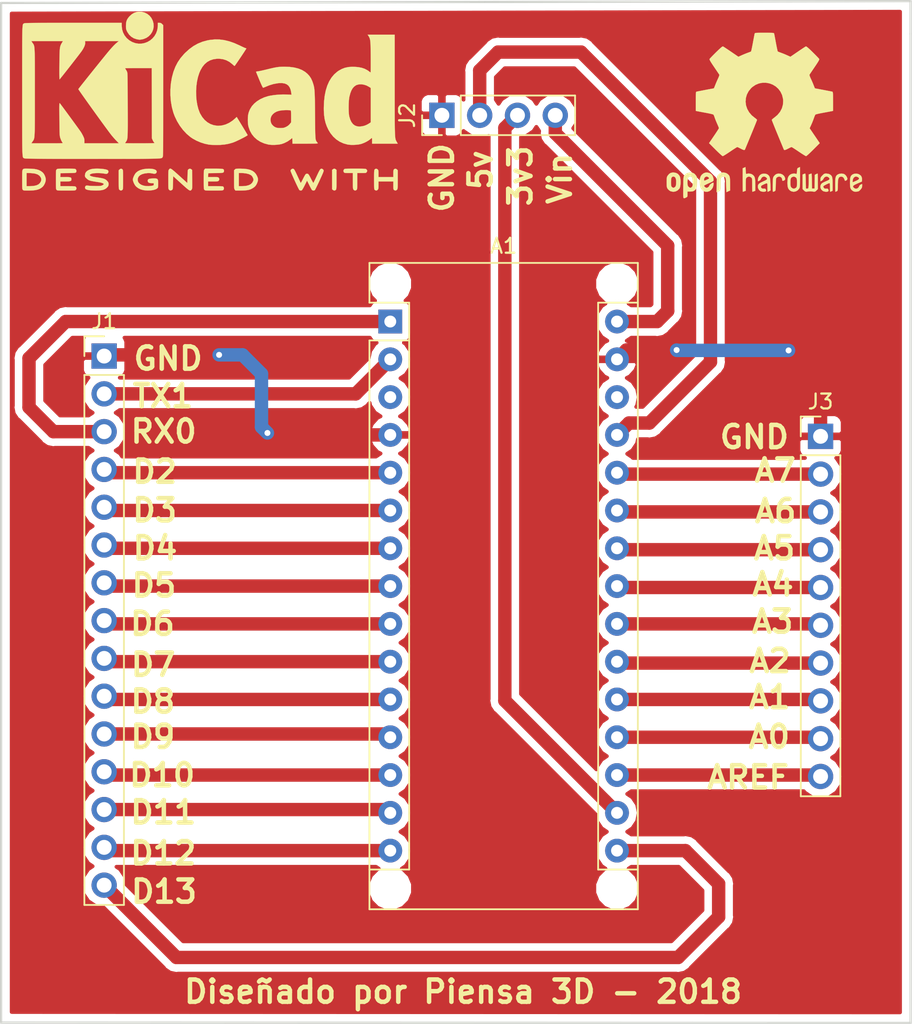
<source format=kicad_pcb>
(kicad_pcb (version 20171130) (host pcbnew 5.0.0-fee4fd1~66~ubuntu16.04.1)

  (general
    (thickness 1.6)
    (drawings 35)
    (tracks 88)
    (zones 0)
    (modules 6)
    (nets 28)
  )

  (page A4)
  (title_block
    (title "Arduino Nano Board")
    (date 2018-08-23)
    (rev Iván)
    (company "Piensa 3D")
  )

  (layers
    (0 F.Cu signal)
    (31 B.Cu signal)
    (32 B.Adhes user)
    (33 F.Adhes user)
    (34 B.Paste user)
    (35 F.Paste user)
    (36 B.SilkS user)
    (37 F.SilkS user)
    (38 B.Mask user)
    (39 F.Mask user)
    (40 Dwgs.User user)
    (41 Cmts.User user)
    (42 Eco1.User user)
    (43 Eco2.User user)
    (44 Edge.Cuts user)
    (45 Margin user)
    (46 B.CrtYd user)
    (47 F.CrtYd user)
    (48 B.Fab user)
    (49 F.Fab user)
  )

  (setup
    (last_trace_width 0.9)
    (user_trace_width 0.5)
    (user_trace_width 0.6)
    (user_trace_width 0.7)
    (user_trace_width 0.8)
    (user_trace_width 0.9)
    (user_trace_width 1)
    (trace_clearance 0.2)
    (zone_clearance 0.508)
    (zone_45_only no)
    (trace_min 0.2)
    (segment_width 0.2)
    (edge_width 0.15)
    (via_size 0.8)
    (via_drill 0.4)
    (via_min_size 0.4)
    (via_min_drill 0.3)
    (uvia_size 0.3)
    (uvia_drill 0.1)
    (uvias_allowed no)
    (uvia_min_size 0.2)
    (uvia_min_drill 0.1)
    (pcb_text_width 0.3)
    (pcb_text_size 1.5 1.5)
    (mod_edge_width 0.15)
    (mod_text_size 1 1)
    (mod_text_width 0.15)
    (pad_size 1.524 1.524)
    (pad_drill 0.762)
    (pad_to_mask_clearance 0.2)
    (aux_axis_origin 0 0)
    (visible_elements FFFFFF7F)
    (pcbplotparams
      (layerselection 0x010fc_ffffffff)
      (usegerberextensions false)
      (usegerberattributes false)
      (usegerberadvancedattributes false)
      (creategerberjobfile false)
      (excludeedgelayer true)
      (linewidth 0.100000)
      (plotframeref false)
      (viasonmask false)
      (mode 1)
      (useauxorigin false)
      (hpglpennumber 1)
      (hpglpenspeed 20)
      (hpglpendiameter 15.000000)
      (psnegative false)
      (psa4output false)
      (plotreference true)
      (plotvalue true)
      (plotinvisibletext false)
      (padsonsilk false)
      (subtractmaskfromsilk false)
      (outputformat 1)
      (mirror false)
      (drillshape 1)
      (scaleselection 1)
      (outputdirectory ""))
  )

  (net 0 "")
  (net 1 "Net-(A1-Pad1)")
  (net 2 "Net-(A1-Pad17)")
  (net 3 "Net-(A1-Pad2)")
  (net 4 "Net-(A1-Pad18)")
  (net 5 "Net-(A1-Pad19)")
  (net 6 GND)
  (net 7 "Net-(A1-Pad20)")
  (net 8 "Net-(A1-Pad5)")
  (net 9 "Net-(A1-Pad21)")
  (net 10 "Net-(A1-Pad6)")
  (net 11 "Net-(A1-Pad22)")
  (net 12 "Net-(A1-Pad7)")
  (net 13 "Net-(A1-Pad23)")
  (net 14 "Net-(A1-Pad8)")
  (net 15 "Net-(A1-Pad24)")
  (net 16 "Net-(A1-Pad9)")
  (net 17 "Net-(A1-Pad25)")
  (net 18 "Net-(A1-Pad10)")
  (net 19 "Net-(A1-Pad26)")
  (net 20 "Net-(A1-Pad11)")
  (net 21 "Net-(A1-Pad27)")
  (net 22 "Net-(A1-Pad12)")
  (net 23 "Net-(A1-Pad13)")
  (net 24 "Net-(A1-Pad14)")
  (net 25 "Net-(A1-Pad30)")
  (net 26 "Net-(A1-Pad15)")
  (net 27 "Net-(A1-Pad16)")

  (net_class Default "Esta es la clase de red por defecto."
    (clearance 0.2)
    (trace_width 0.25)
    (via_dia 0.8)
    (via_drill 0.4)
    (uvia_dia 0.3)
    (uvia_drill 0.1)
    (add_net GND)
    (add_net "Net-(A1-Pad1)")
    (add_net "Net-(A1-Pad10)")
    (add_net "Net-(A1-Pad11)")
    (add_net "Net-(A1-Pad12)")
    (add_net "Net-(A1-Pad13)")
    (add_net "Net-(A1-Pad14)")
    (add_net "Net-(A1-Pad15)")
    (add_net "Net-(A1-Pad16)")
    (add_net "Net-(A1-Pad17)")
    (add_net "Net-(A1-Pad18)")
    (add_net "Net-(A1-Pad19)")
    (add_net "Net-(A1-Pad2)")
    (add_net "Net-(A1-Pad20)")
    (add_net "Net-(A1-Pad21)")
    (add_net "Net-(A1-Pad22)")
    (add_net "Net-(A1-Pad23)")
    (add_net "Net-(A1-Pad24)")
    (add_net "Net-(A1-Pad25)")
    (add_net "Net-(A1-Pad26)")
    (add_net "Net-(A1-Pad27)")
    (add_net "Net-(A1-Pad30)")
    (add_net "Net-(A1-Pad5)")
    (add_net "Net-(A1-Pad6)")
    (add_net "Net-(A1-Pad7)")
    (add_net "Net-(A1-Pad8)")
    (add_net "Net-(A1-Pad9)")
  )

  (module Module:Arduino_Nano_WithMountingHoles (layer F.Cu) (tedit 58ACAF99) (tstamp 5B8BCC5A)
    (at 126.355001 60.585001)
    (descr "Arduino Nano, http://www.mouser.com/pdfdocs/Gravitech_Arduino_Nano3_0.pdf")
    (tags "Arduino Nano")
    (path /5B7EACA9)
    (fp_text reference A1 (at 7.62 -5.08) (layer F.SilkS)
      (effects (font (size 1 1) (thickness 0.15)))
    )
    (fp_text value Arduino_Nano_v3.x (at 8.89 15.24 90) (layer F.Fab)
      (effects (font (size 1 1) (thickness 0.15)))
    )
    (fp_text user %R (at 6.35 16.51 90) (layer F.Fab)
      (effects (font (size 1 1) (thickness 0.15)))
    )
    (fp_line (start 1.27 1.27) (end 1.27 -1.27) (layer F.SilkS) (width 0.12))
    (fp_line (start 1.27 -1.27) (end -1.4 -1.27) (layer F.SilkS) (width 0.12))
    (fp_line (start -1.4 1.27) (end -1.4 39.5) (layer F.SilkS) (width 0.12))
    (fp_line (start -1.4 -3.94) (end -1.4 -1.27) (layer F.SilkS) (width 0.12))
    (fp_line (start 13.97 -1.27) (end 16.64 -1.27) (layer F.SilkS) (width 0.12))
    (fp_line (start 13.97 -1.27) (end 13.97 36.83) (layer F.SilkS) (width 0.12))
    (fp_line (start 13.97 36.83) (end 16.64 36.83) (layer F.SilkS) (width 0.12))
    (fp_line (start 1.27 1.27) (end -1.4 1.27) (layer F.SilkS) (width 0.12))
    (fp_line (start 1.27 1.27) (end 1.27 36.83) (layer F.SilkS) (width 0.12))
    (fp_line (start 1.27 36.83) (end -1.4 36.83) (layer F.SilkS) (width 0.12))
    (fp_line (start 3.81 31.75) (end 11.43 31.75) (layer F.Fab) (width 0.1))
    (fp_line (start 11.43 31.75) (end 11.43 41.91) (layer F.Fab) (width 0.1))
    (fp_line (start 11.43 41.91) (end 3.81 41.91) (layer F.Fab) (width 0.1))
    (fp_line (start 3.81 41.91) (end 3.81 31.75) (layer F.Fab) (width 0.1))
    (fp_line (start -1.4 39.5) (end 16.64 39.5) (layer F.SilkS) (width 0.12))
    (fp_line (start 16.64 39.5) (end 16.64 -3.94) (layer F.SilkS) (width 0.12))
    (fp_line (start 16.64 -3.94) (end -1.4 -3.94) (layer F.SilkS) (width 0.12))
    (fp_line (start 16.51 39.37) (end -1.27 39.37) (layer F.Fab) (width 0.1))
    (fp_line (start -1.27 39.37) (end -1.27 -2.54) (layer F.Fab) (width 0.1))
    (fp_line (start -1.27 -2.54) (end 0 -3.81) (layer F.Fab) (width 0.1))
    (fp_line (start 0 -3.81) (end 16.51 -3.81) (layer F.Fab) (width 0.1))
    (fp_line (start 16.51 -3.81) (end 16.51 39.37) (layer F.Fab) (width 0.1))
    (fp_line (start -1.53 -4.06) (end 16.75 -4.06) (layer F.CrtYd) (width 0.05))
    (fp_line (start -1.53 -4.06) (end -1.53 42.16) (layer F.CrtYd) (width 0.05))
    (fp_line (start 16.75 42.16) (end 16.75 -4.06) (layer F.CrtYd) (width 0.05))
    (fp_line (start 16.75 42.16) (end -1.53 42.16) (layer F.CrtYd) (width 0.05))
    (pad 1 thru_hole rect (at 0 0) (size 1.6 1.6) (drill 0.8) (layers *.Cu *.Mask)
      (net 1 "Net-(A1-Pad1)"))
    (pad 17 thru_hole oval (at 15.24 33.02) (size 1.6 1.6) (drill 0.8) (layers *.Cu *.Mask)
      (net 2 "Net-(A1-Pad17)"))
    (pad 2 thru_hole oval (at 0 2.54) (size 1.6 1.6) (drill 0.8) (layers *.Cu *.Mask)
      (net 3 "Net-(A1-Pad2)"))
    (pad 18 thru_hole oval (at 15.24 30.48) (size 1.6 1.6) (drill 0.8) (layers *.Cu *.Mask)
      (net 4 "Net-(A1-Pad18)"))
    (pad 3 thru_hole oval (at 0 5.08) (size 1.6 1.6) (drill 0.8) (layers *.Cu *.Mask))
    (pad 19 thru_hole oval (at 15.24 27.94) (size 1.6 1.6) (drill 0.8) (layers *.Cu *.Mask)
      (net 5 "Net-(A1-Pad19)"))
    (pad 4 thru_hole oval (at 0 7.62) (size 1.6 1.6) (drill 0.8) (layers *.Cu *.Mask)
      (net 6 GND))
    (pad 20 thru_hole oval (at 15.24 25.4) (size 1.6 1.6) (drill 0.8) (layers *.Cu *.Mask)
      (net 7 "Net-(A1-Pad20)"))
    (pad 5 thru_hole oval (at 0 10.16) (size 1.6 1.6) (drill 0.8) (layers *.Cu *.Mask)
      (net 8 "Net-(A1-Pad5)"))
    (pad 21 thru_hole oval (at 15.24 22.86) (size 1.6 1.6) (drill 0.8) (layers *.Cu *.Mask)
      (net 9 "Net-(A1-Pad21)"))
    (pad 6 thru_hole oval (at 0 12.7) (size 1.6 1.6) (drill 0.8) (layers *.Cu *.Mask)
      (net 10 "Net-(A1-Pad6)"))
    (pad 22 thru_hole oval (at 15.24 20.32) (size 1.6 1.6) (drill 0.8) (layers *.Cu *.Mask)
      (net 11 "Net-(A1-Pad22)"))
    (pad 7 thru_hole oval (at 0 15.24) (size 1.6 1.6) (drill 0.8) (layers *.Cu *.Mask)
      (net 12 "Net-(A1-Pad7)"))
    (pad 23 thru_hole oval (at 15.24 17.78) (size 1.6 1.6) (drill 0.8) (layers *.Cu *.Mask)
      (net 13 "Net-(A1-Pad23)"))
    (pad 8 thru_hole oval (at 0 17.78) (size 1.6 1.6) (drill 0.8) (layers *.Cu *.Mask)
      (net 14 "Net-(A1-Pad8)"))
    (pad 24 thru_hole oval (at 15.24 15.24) (size 1.6 1.6) (drill 0.8) (layers *.Cu *.Mask)
      (net 15 "Net-(A1-Pad24)"))
    (pad 9 thru_hole oval (at 0 20.32) (size 1.6 1.6) (drill 0.8) (layers *.Cu *.Mask)
      (net 16 "Net-(A1-Pad9)"))
    (pad 25 thru_hole oval (at 15.24 12.7) (size 1.6 1.6) (drill 0.8) (layers *.Cu *.Mask)
      (net 17 "Net-(A1-Pad25)"))
    (pad 10 thru_hole oval (at 0 22.86) (size 1.6 1.6) (drill 0.8) (layers *.Cu *.Mask)
      (net 18 "Net-(A1-Pad10)"))
    (pad 26 thru_hole oval (at 15.24 10.16) (size 1.6 1.6) (drill 0.8) (layers *.Cu *.Mask)
      (net 19 "Net-(A1-Pad26)"))
    (pad 11 thru_hole oval (at 0 25.4) (size 1.6 1.6) (drill 0.8) (layers *.Cu *.Mask)
      (net 20 "Net-(A1-Pad11)"))
    (pad 27 thru_hole oval (at 15.24 7.62) (size 1.6 1.6) (drill 0.8) (layers *.Cu *.Mask)
      (net 21 "Net-(A1-Pad27)"))
    (pad 12 thru_hole oval (at 0 27.94) (size 1.6 1.6) (drill 0.8) (layers *.Cu *.Mask)
      (net 22 "Net-(A1-Pad12)"))
    (pad 28 thru_hole oval (at 15.24 5.08) (size 1.6 1.6) (drill 0.8) (layers *.Cu *.Mask))
    (pad 13 thru_hole oval (at 0 30.48) (size 1.6 1.6) (drill 0.8) (layers *.Cu *.Mask)
      (net 23 "Net-(A1-Pad13)"))
    (pad 29 thru_hole oval (at 15.24 2.54) (size 1.6 1.6) (drill 0.8) (layers *.Cu *.Mask)
      (net 6 GND))
    (pad 14 thru_hole oval (at 0 33.02) (size 1.6 1.6) (drill 0.8) (layers *.Cu *.Mask)
      (net 24 "Net-(A1-Pad14)"))
    (pad 30 thru_hole oval (at 15.24 0) (size 1.6 1.6) (drill 0.8) (layers *.Cu *.Mask)
      (net 25 "Net-(A1-Pad30)"))
    (pad 15 thru_hole oval (at 0 35.56) (size 1.6 1.6) (drill 0.8) (layers *.Cu *.Mask)
      (net 26 "Net-(A1-Pad15)"))
    (pad 16 thru_hole oval (at 15.24 35.56) (size 1.6 1.6) (drill 0.8) (layers *.Cu *.Mask)
      (net 27 "Net-(A1-Pad16)"))
    (pad "" np_thru_hole circle (at 0 -2.54) (size 1.78 1.78) (drill 1.78) (layers *.Cu *.Mask))
    (pad "" np_thru_hole circle (at 15.24 -2.54) (size 1.78 1.78) (drill 1.78) (layers *.Cu *.Mask))
    (pad "" np_thru_hole circle (at 15.24 38.1) (size 1.78 1.78) (drill 1.78) (layers *.Cu *.Mask))
    (pad "" np_thru_hole circle (at 0 38.1) (size 1.78 1.78) (drill 1.78) (layers *.Cu *.Mask))
    (model ${KISYS3DMOD}/Module.3dshapes/Arduino_Nano_WithMountingHoles.wrl
      (at (xyz 0 0 0))
      (scale (xyz 1 1 1))
      (rotate (xyz 0 0 0))
    )
    (model "${KIPRJMOD}/3D/arduino nano.STEP"
      (offset (xyz 0 0 2.5))
      (scale (xyz 1 1 1))
      (rotate (xyz -90 0 90))
    )
  )

  (module Connector_PinHeader_2.54mm:PinHeader_1x15_P2.54mm_Vertical (layer F.Cu) (tedit 59FED5CC) (tstamp 5B8BCC7D)
    (at 107.125 62.905)
    (descr "Through hole straight pin header, 1x15, 2.54mm pitch, single row")
    (tags "Through hole pin header THT 1x15 2.54mm single row")
    (path /5B7EAEB0)
    (fp_text reference J1 (at 0 -2.33) (layer F.SilkS)
      (effects (font (size 1 1) (thickness 0.15)))
    )
    (fp_text value Conn_01x15_Male (at 0 37.89) (layer F.Fab)
      (effects (font (size 1 1) (thickness 0.15)))
    )
    (fp_line (start -0.635 -1.27) (end 1.27 -1.27) (layer F.Fab) (width 0.1))
    (fp_line (start 1.27 -1.27) (end 1.27 36.83) (layer F.Fab) (width 0.1))
    (fp_line (start 1.27 36.83) (end -1.27 36.83) (layer F.Fab) (width 0.1))
    (fp_line (start -1.27 36.83) (end -1.27 -0.635) (layer F.Fab) (width 0.1))
    (fp_line (start -1.27 -0.635) (end -0.635 -1.27) (layer F.Fab) (width 0.1))
    (fp_line (start -1.33 36.89) (end 1.33 36.89) (layer F.SilkS) (width 0.12))
    (fp_line (start -1.33 1.27) (end -1.33 36.89) (layer F.SilkS) (width 0.12))
    (fp_line (start 1.33 1.27) (end 1.33 36.89) (layer F.SilkS) (width 0.12))
    (fp_line (start -1.33 1.27) (end 1.33 1.27) (layer F.SilkS) (width 0.12))
    (fp_line (start -1.33 0) (end -1.33 -1.33) (layer F.SilkS) (width 0.12))
    (fp_line (start -1.33 -1.33) (end 0 -1.33) (layer F.SilkS) (width 0.12))
    (fp_line (start -1.8 -1.8) (end -1.8 37.35) (layer F.CrtYd) (width 0.05))
    (fp_line (start -1.8 37.35) (end 1.8 37.35) (layer F.CrtYd) (width 0.05))
    (fp_line (start 1.8 37.35) (end 1.8 -1.8) (layer F.CrtYd) (width 0.05))
    (fp_line (start 1.8 -1.8) (end -1.8 -1.8) (layer F.CrtYd) (width 0.05))
    (fp_text user %R (at 0 17.78 90) (layer F.Fab)
      (effects (font (size 1 1) (thickness 0.15)))
    )
    (pad 1 thru_hole rect (at 0 0) (size 1.7 1.7) (drill 1) (layers *.Cu *.Mask)
      (net 6 GND))
    (pad 2 thru_hole oval (at 0 2.54) (size 1.7 1.7) (drill 1) (layers *.Cu *.Mask)
      (net 3 "Net-(A1-Pad2)"))
    (pad 3 thru_hole oval (at 0 5.08) (size 1.7 1.7) (drill 1) (layers *.Cu *.Mask)
      (net 1 "Net-(A1-Pad1)"))
    (pad 4 thru_hole oval (at 0 7.62) (size 1.7 1.7) (drill 1) (layers *.Cu *.Mask)
      (net 8 "Net-(A1-Pad5)"))
    (pad 5 thru_hole oval (at 0 10.16) (size 1.7 1.7) (drill 1) (layers *.Cu *.Mask)
      (net 10 "Net-(A1-Pad6)"))
    (pad 6 thru_hole oval (at 0 12.7) (size 1.7 1.7) (drill 1) (layers *.Cu *.Mask)
      (net 12 "Net-(A1-Pad7)"))
    (pad 7 thru_hole oval (at 0 15.24) (size 1.7 1.7) (drill 1) (layers *.Cu *.Mask)
      (net 14 "Net-(A1-Pad8)"))
    (pad 8 thru_hole oval (at 0 17.78) (size 1.7 1.7) (drill 1) (layers *.Cu *.Mask)
      (net 16 "Net-(A1-Pad9)"))
    (pad 9 thru_hole oval (at 0 20.32) (size 1.7 1.7) (drill 1) (layers *.Cu *.Mask)
      (net 18 "Net-(A1-Pad10)"))
    (pad 10 thru_hole oval (at 0 22.86) (size 1.7 1.7) (drill 1) (layers *.Cu *.Mask)
      (net 20 "Net-(A1-Pad11)"))
    (pad 11 thru_hole oval (at 0 25.4) (size 1.7 1.7) (drill 1) (layers *.Cu *.Mask)
      (net 22 "Net-(A1-Pad12)"))
    (pad 12 thru_hole oval (at 0 27.94) (size 1.7 1.7) (drill 1) (layers *.Cu *.Mask)
      (net 23 "Net-(A1-Pad13)"))
    (pad 13 thru_hole oval (at 0 30.48) (size 1.7 1.7) (drill 1) (layers *.Cu *.Mask)
      (net 24 "Net-(A1-Pad14)"))
    (pad 14 thru_hole oval (at 0 33.02) (size 1.7 1.7) (drill 1) (layers *.Cu *.Mask)
      (net 26 "Net-(A1-Pad15)"))
    (pad 15 thru_hole oval (at 0 35.56) (size 1.7 1.7) (drill 1) (layers *.Cu *.Mask)
      (net 27 "Net-(A1-Pad16)"))
    (model ${KISYS3DMOD}/Connector_PinHeader_2.54mm.3dshapes/PinHeader_1x15_P2.54mm_Vertical.wrl
      (at (xyz 0 0 0))
      (scale (xyz 1 1 1))
      (rotate (xyz 0 0 0))
    )
  )

  (module Connector_PinHeader_2.54mm:PinHeader_1x04_P2.54mm_Vertical (layer F.Cu) (tedit 59FED5CC) (tstamp 5B8BCC95)
    (at 129.825 46.725 90)
    (descr "Through hole straight pin header, 1x04, 2.54mm pitch, single row")
    (tags "Through hole pin header THT 1x04 2.54mm single row")
    (path /5B7EB669)
    (fp_text reference J2 (at 0 -2.33 90) (layer F.SilkS)
      (effects (font (size 1 1) (thickness 0.15)))
    )
    (fp_text value Conn_01x04_Male (at 0 9.95 90) (layer F.Fab)
      (effects (font (size 1 1) (thickness 0.15)))
    )
    (fp_line (start -0.635 -1.27) (end 1.27 -1.27) (layer F.Fab) (width 0.1))
    (fp_line (start 1.27 -1.27) (end 1.27 8.89) (layer F.Fab) (width 0.1))
    (fp_line (start 1.27 8.89) (end -1.27 8.89) (layer F.Fab) (width 0.1))
    (fp_line (start -1.27 8.89) (end -1.27 -0.635) (layer F.Fab) (width 0.1))
    (fp_line (start -1.27 -0.635) (end -0.635 -1.27) (layer F.Fab) (width 0.1))
    (fp_line (start -1.33 8.95) (end 1.33 8.95) (layer F.SilkS) (width 0.12))
    (fp_line (start -1.33 1.27) (end -1.33 8.95) (layer F.SilkS) (width 0.12))
    (fp_line (start 1.33 1.27) (end 1.33 8.95) (layer F.SilkS) (width 0.12))
    (fp_line (start -1.33 1.27) (end 1.33 1.27) (layer F.SilkS) (width 0.12))
    (fp_line (start -1.33 0) (end -1.33 -1.33) (layer F.SilkS) (width 0.12))
    (fp_line (start -1.33 -1.33) (end 0 -1.33) (layer F.SilkS) (width 0.12))
    (fp_line (start -1.8 -1.8) (end -1.8 9.4) (layer F.CrtYd) (width 0.05))
    (fp_line (start -1.8 9.4) (end 1.8 9.4) (layer F.CrtYd) (width 0.05))
    (fp_line (start 1.8 9.4) (end 1.8 -1.8) (layer F.CrtYd) (width 0.05))
    (fp_line (start 1.8 -1.8) (end -1.8 -1.8) (layer F.CrtYd) (width 0.05))
    (fp_text user %R (at 0 3.81 180) (layer F.Fab)
      (effects (font (size 1 1) (thickness 0.15)))
    )
    (pad 1 thru_hole rect (at 0 0 90) (size 1.7 1.7) (drill 1) (layers *.Cu *.Mask)
      (net 6 GND))
    (pad 2 thru_hole oval (at 0 2.54 90) (size 1.7 1.7) (drill 1) (layers *.Cu *.Mask)
      (net 21 "Net-(A1-Pad27)"))
    (pad 3 thru_hole oval (at 0 5.08 90) (size 1.7 1.7) (drill 1) (layers *.Cu *.Mask)
      (net 2 "Net-(A1-Pad17)"))
    (pad 4 thru_hole oval (at 0 7.62 90) (size 1.7 1.7) (drill 1) (layers *.Cu *.Mask)
      (net 25 "Net-(A1-Pad30)"))
    (model ${KISYS3DMOD}/Connector_PinHeader_2.54mm.3dshapes/PinHeader_1x04_P2.54mm_Vertical.wrl
      (at (xyz 0 0 0))
      (scale (xyz 1 1 1))
      (rotate (xyz 0 0 0))
    )
  )

  (module Connector_PinHeader_2.54mm:PinHeader_1x10_P2.54mm_Vertical (layer F.Cu) (tedit 59FED5CC) (tstamp 5B8BCCB3)
    (at 155.275 68.3)
    (descr "Through hole straight pin header, 1x10, 2.54mm pitch, single row")
    (tags "Through hole pin header THT 1x10 2.54mm single row")
    (path /5B7EBF19)
    (fp_text reference J3 (at 0 -2.33) (layer F.SilkS)
      (effects (font (size 1 1) (thickness 0.15)))
    )
    (fp_text value Conn_01x10_Male (at 0 25.19) (layer F.Fab)
      (effects (font (size 1 1) (thickness 0.15)))
    )
    (fp_line (start -0.635 -1.27) (end 1.27 -1.27) (layer F.Fab) (width 0.1))
    (fp_line (start 1.27 -1.27) (end 1.27 24.13) (layer F.Fab) (width 0.1))
    (fp_line (start 1.27 24.13) (end -1.27 24.13) (layer F.Fab) (width 0.1))
    (fp_line (start -1.27 24.13) (end -1.27 -0.635) (layer F.Fab) (width 0.1))
    (fp_line (start -1.27 -0.635) (end -0.635 -1.27) (layer F.Fab) (width 0.1))
    (fp_line (start -1.33 24.19) (end 1.33 24.19) (layer F.SilkS) (width 0.12))
    (fp_line (start -1.33 1.27) (end -1.33 24.19) (layer F.SilkS) (width 0.12))
    (fp_line (start 1.33 1.27) (end 1.33 24.19) (layer F.SilkS) (width 0.12))
    (fp_line (start -1.33 1.27) (end 1.33 1.27) (layer F.SilkS) (width 0.12))
    (fp_line (start -1.33 0) (end -1.33 -1.33) (layer F.SilkS) (width 0.12))
    (fp_line (start -1.33 -1.33) (end 0 -1.33) (layer F.SilkS) (width 0.12))
    (fp_line (start -1.8 -1.8) (end -1.8 24.65) (layer F.CrtYd) (width 0.05))
    (fp_line (start -1.8 24.65) (end 1.8 24.65) (layer F.CrtYd) (width 0.05))
    (fp_line (start 1.8 24.65) (end 1.8 -1.8) (layer F.CrtYd) (width 0.05))
    (fp_line (start 1.8 -1.8) (end -1.8 -1.8) (layer F.CrtYd) (width 0.05))
    (fp_text user %R (at 0 11.43 90) (layer F.Fab)
      (effects (font (size 1 1) (thickness 0.15)))
    )
    (pad 1 thru_hole rect (at 0 0) (size 1.7 1.7) (drill 1) (layers *.Cu *.Mask)
      (net 6 GND))
    (pad 2 thru_hole oval (at 0 2.54) (size 1.7 1.7) (drill 1) (layers *.Cu *.Mask)
      (net 19 "Net-(A1-Pad26)"))
    (pad 3 thru_hole oval (at 0 5.08) (size 1.7 1.7) (drill 1) (layers *.Cu *.Mask)
      (net 17 "Net-(A1-Pad25)"))
    (pad 4 thru_hole oval (at 0 7.62) (size 1.7 1.7) (drill 1) (layers *.Cu *.Mask)
      (net 15 "Net-(A1-Pad24)"))
    (pad 5 thru_hole oval (at 0 10.16) (size 1.7 1.7) (drill 1) (layers *.Cu *.Mask)
      (net 13 "Net-(A1-Pad23)"))
    (pad 6 thru_hole oval (at 0 12.7) (size 1.7 1.7) (drill 1) (layers *.Cu *.Mask)
      (net 11 "Net-(A1-Pad22)"))
    (pad 7 thru_hole oval (at 0 15.24) (size 1.7 1.7) (drill 1) (layers *.Cu *.Mask)
      (net 9 "Net-(A1-Pad21)"))
    (pad 8 thru_hole oval (at 0 17.78) (size 1.7 1.7) (drill 1) (layers *.Cu *.Mask)
      (net 7 "Net-(A1-Pad20)"))
    (pad 9 thru_hole oval (at 0 20.32) (size 1.7 1.7) (drill 1) (layers *.Cu *.Mask)
      (net 5 "Net-(A1-Pad19)"))
    (pad 10 thru_hole oval (at 0 22.86) (size 1.7 1.7) (drill 1) (layers *.Cu *.Mask)
      (net 4 "Net-(A1-Pad18)"))
    (model ${KISYS3DMOD}/Connector_PinHeader_2.54mm.3dshapes/PinHeader_1x10_P2.54mm_Vertical.wrl
      (at (xyz 0 0 0))
      (scale (xyz 1 1 1))
      (rotate (xyz 0 0 0))
    )
  )

  (module Symbol:KiCad-Logo2_12mm_SilkScreen (layer F.Cu) (tedit 0) (tstamp 5B9702A7)
    (at 114.225 45.75)
    (descr "KiCad Logo")
    (tags "Logo KiCad")
    (attr virtual)
    (fp_text reference REF** (at 0 0) (layer F.SilkS) hide
      (effects (font (size 1 1) (thickness 0.15)))
    )
    (fp_text value KiCad-Logo2_12mm_SilkScreen (at 0.75 0) (layer F.Fab) hide
      (effects (font (size 1 1) (thickness 0.15)))
    )
    (fp_poly (pts (xy -4.56638 -5.973406) (xy -4.37297 -5.924714) (xy -4.199029 -5.838668) (xy -4.04874 -5.718579)
      (xy -3.926284 -5.567757) (xy -3.835845 -5.389514) (xy -3.783086 -5.196033) (xy -3.771332 -5.000636)
      (xy -3.801173 -4.81208) (xy -3.868874 -4.635581) (xy -3.970703 -4.476355) (xy -4.102925 -4.339615)
      (xy -4.261808 -4.230578) (xy -4.443617 -4.15446) (xy -4.546606 -4.129502) (xy -4.635999 -4.114392)
      (xy -4.704909 -4.108421) (xy -4.771124 -4.112087) (xy -4.852434 -4.125887) (xy -4.918922 -4.1399)
      (xy -5.106588 -4.2032) (xy -5.274681 -4.305904) (xy -5.419416 -4.444898) (xy -5.537007 -4.617065)
      (xy -5.565029 -4.671786) (xy -5.598051 -4.744845) (xy -5.61876 -4.806197) (xy -5.629941 -4.870748)
      (xy -5.63438 -4.953401) (xy -5.634939 -5.045982) (xy -5.626729 -5.215451) (xy -5.599779 -5.354627)
      (xy -5.549174 -5.476418) (xy -5.470002 -5.593728) (xy -5.392562 -5.682651) (xy -5.248136 -5.814875)
      (xy -5.097279 -5.906145) (xy -4.931038 -5.960792) (xy -4.775078 -5.981433) (xy -4.56638 -5.973406)) (layer F.SilkS) (width 0.01))
    (fp_poly (pts (xy 12.428251 -1.060223) (xy 12.42829 -0.589295) (xy 12.428342 -0.161512) (xy 12.428488 0.225338)
      (xy 12.428805 0.573466) (xy 12.429371 0.885085) (xy 12.430265 1.162406) (xy 12.431565 1.40764)
      (xy 12.433349 1.623001) (xy 12.435697 1.8107) (xy 12.438685 1.972948) (xy 12.442393 2.111957)
      (xy 12.446899 2.22994) (xy 12.452282 2.329109) (xy 12.458619 2.411674) (xy 12.465988 2.479848)
      (xy 12.47447 2.535843) (xy 12.484141 2.58187) (xy 12.495079 2.620143) (xy 12.507365 2.652871)
      (xy 12.521075 2.682268) (xy 12.536288 2.710544) (xy 12.553083 2.739913) (xy 12.563516 2.758207)
      (xy 12.632352 2.880179) (xy 10.908393 2.880179) (xy 10.908393 2.687411) (xy 10.906923 2.600296)
      (xy 10.903002 2.533671) (xy 10.897359 2.49795) (xy 10.894864 2.494643) (xy 10.871918 2.508472)
      (xy 10.826286 2.544317) (xy 10.780684 2.583239) (xy 10.671027 2.665072) (xy 10.53145 2.747445)
      (xy 10.376659 2.822791) (xy 10.22136 2.883543) (xy 10.15938 2.902926) (xy 10.021773 2.932188)
      (xy 9.855331 2.952199) (xy 9.675746 2.962331) (xy 9.498713 2.961956) (xy 9.339925 2.950445)
      (xy 9.264197 2.938777) (xy 8.98677 2.862314) (xy 8.731031 2.746351) (xy 8.498355 2.591942)
      (xy 8.290119 2.400144) (xy 8.107701 2.172012) (xy 7.973501 1.949426) (xy 7.863276 1.714872)
      (xy 7.7789 1.475108) (xy 7.718639 1.221996) (xy 7.680759 0.947398) (xy 7.663526 0.643174)
      (xy 7.662066 0.487589) (xy 7.666274 0.373527) (xy 9.331909 0.373527) (xy 9.332327 0.560495)
      (xy 9.338179 0.736658) (xy 9.349554 0.891506) (xy 9.36654 1.014527) (xy 9.37173 1.039319)
      (xy 9.435616 1.254843) (xy 9.519306 1.42967) (xy 9.623498 1.564237) (xy 9.748891 1.658983)
      (xy 9.896185 1.71435) (xy 10.066077 1.730774) (xy 10.259267 1.708695) (xy 10.386786 1.677111)
      (xy 10.485511 1.640569) (xy 10.594252 1.588642) (xy 10.675938 1.541026) (xy 10.817679 1.447877)
      (xy 10.817679 -0.862775) (xy 10.682262 -0.950299) (xy 10.52451 -1.03251) (xy 10.355387 -1.086049)
      (xy 10.184379 -1.110004) (xy 10.020971 -1.103461) (xy 9.874647 -1.065507) (xy 9.810454 -1.03423)
      (xy 9.694088 -0.947852) (xy 9.595736 -0.833801) (xy 9.51306 -0.687908) (xy 9.443721 -0.506008)
      (xy 9.38538 -0.283931) (xy 9.382806 -0.272143) (xy 9.362374 -0.147079) (xy 9.347021 0.009229)
      (xy 9.336837 0.186268) (xy 9.331909 0.373527) (xy 7.666274 0.373527) (xy 7.677839 0.060058)
      (xy 7.721924 -0.333363) (xy 7.794214 -0.692413) (xy 7.894606 -1.01683) (xy 8.022995 -1.306354)
      (xy 8.179278 -1.560724) (xy 8.36335 -1.779679) (xy 8.575107 -1.962958) (xy 8.665839 -2.025136)
      (xy 8.868638 -2.137932) (xy 9.076141 -2.217508) (xy 9.2973 -2.266043) (xy 9.541066 -2.28572)
      (xy 9.726903 -2.28362) (xy 9.987369 -2.26159) (xy 10.213562 -2.217764) (xy 10.412027 -2.150128)
      (xy 10.589306 -2.056669) (xy 10.687473 -1.98794) (xy 10.746468 -1.943915) (xy 10.790043 -1.91384)
      (xy 10.806536 -1.905) (xy 10.80978 -1.926755) (xy 10.812373 -1.988335) (xy 10.81434 -2.084212)
      (xy 10.815705 -2.208859) (xy 10.816495 -2.35675) (xy 10.816735 -2.522356) (xy 10.81645 -2.700151)
      (xy 10.815665 -2.884607) (xy 10.814406 -3.070197) (xy 10.812698 -3.251394) (xy 10.810567 -3.42267)
      (xy 10.808037 -3.578499) (xy 10.805135 -3.713352) (xy 10.801886 -3.821703) (xy 10.798315 -3.898025)
      (xy 10.797327 -3.912054) (xy 10.782105 -4.053514) (xy 10.758879 -4.164304) (xy 10.723243 -4.258968)
      (xy 10.670791 -4.352048) (xy 10.658201 -4.371295) (xy 10.609118 -4.445) (xy 12.427857 -4.445)
      (xy 12.428251 -1.060223)) (layer F.SilkS) (width 0.01))
    (fp_poly (pts (xy 5.371019 -2.277016) (xy 5.676212 -2.236808) (xy 5.947948 -2.169238) (xy 6.187981 -2.073767)
      (xy 6.398066 -1.949857) (xy 6.553978 -1.822169) (xy 6.692274 -1.673239) (xy 6.800236 -1.512983)
      (xy 6.886427 -1.327719) (xy 6.917514 -1.241195) (xy 6.943347 -1.162885) (xy 6.965851 -1.090268)
      (xy 6.985286 -1.019664) (xy 7.001912 -0.94739) (xy 7.015989 -0.869766) (xy 7.027779 -0.78311)
      (xy 7.03754 -0.683741) (xy 7.045535 -0.567978) (xy 7.052022 -0.432139) (xy 7.057264 -0.272543)
      (xy 7.061519 -0.085509) (xy 7.065048 0.132644) (xy 7.068112 0.385598) (xy 7.070972 0.677033)
      (xy 7.073487 0.963839) (xy 7.076152 1.277615) (xy 7.078574 1.549364) (xy 7.081004 1.782413)
      (xy 7.083695 1.98009) (xy 7.086899 2.145722) (xy 7.090866 2.282636) (xy 7.095851 2.39416)
      (xy 7.102103 2.483622) (xy 7.109876 2.554348) (xy 7.11942 2.609666) (xy 7.130989 2.652903)
      (xy 7.144834 2.687388) (xy 7.161207 2.716446) (xy 7.180359 2.743406) (xy 7.202543 2.771594)
      (xy 7.211183 2.782509) (xy 7.242963 2.82839) (xy 7.257098 2.859635) (xy 7.257143 2.860558)
      (xy 7.235292 2.864975) (xy 7.173044 2.869045) (xy 7.075361 2.872652) (xy 6.947204 2.875683)
      (xy 6.793532 2.878023) (xy 6.619307 2.879558) (xy 6.42949 2.880172) (xy 6.40758 2.880179)
      (xy 5.558016 2.880179) (xy 5.551464 2.687188) (xy 5.544911 2.494197) (xy 5.420179 2.596627)
      (xy 5.22465 2.732257) (xy 5.003866 2.842129) (xy 4.830165 2.902857) (xy 4.691407 2.932365)
      (xy 4.523958 2.95244) (xy 4.343624 2.962458) (xy 4.166207 2.96179) (xy 4.007513 2.949812)
      (xy 3.934732 2.938334) (xy 3.653445 2.862272) (xy 3.399465 2.752096) (xy 3.174629 2.609446)
      (xy 2.980774 2.435962) (xy 2.819734 2.233284) (xy 2.693346 2.003054) (xy 2.604199 1.749745)
      (xy 2.57942 1.636073) (xy 2.564133 1.511119) (xy 2.556843 1.360774) (xy 2.555849 1.292679)
      (xy 2.55598 1.28628) (xy 4.082641 1.28628) (xy 4.101312 1.437053) (xy 4.157937 1.565277)
      (xy 4.255307 1.67705) (xy 4.265466 1.685914) (xy 4.362486 1.755879) (xy 4.466365 1.801244)
      (xy 4.588371 1.825192) (xy 4.73977 1.830904) (xy 4.776147 1.83009) (xy 4.884264 1.824761)
      (xy 4.964681 1.81388) (xy 5.035027 1.793462) (xy 5.112931 1.75952) (xy 5.13431 1.749117)
      (xy 5.256154 1.677141) (xy 5.350209 1.591496) (xy 5.375797 1.560884) (xy 5.465536 1.447356)
      (xy 5.465536 1.053855) (xy 5.46446 0.89586) (xy 5.461065 0.779441) (xy 5.455102 0.700865)
      (xy 5.446321 0.656399) (xy 5.438115 0.643408) (xy 5.406122 0.637052) (xy 5.338254 0.631784)
      (xy 5.243987 0.628101) (xy 5.1328 0.626499) (xy 5.114945 0.626469) (xy 4.872316 0.637023)
      (xy 4.666059 0.669502) (xy 4.492179 0.725145) (xy 4.346681 0.805195) (xy 4.236331 0.899514)
      (xy 4.146839 1.015804) (xy 4.09717 1.142463) (xy 4.082641 1.28628) (xy 2.55598 1.28628)
      (xy 2.559733 1.104331) (xy 2.576496 0.945828) (xy 2.609133 0.802747) (xy 2.660635 0.660665)
      (xy 2.708842 0.555454) (xy 2.826603 0.364009) (xy 2.983494 0.187171) (xy 3.174741 0.02816)
      (xy 3.395569 -0.109808) (xy 3.641205 -0.223512) (xy 3.906874 -0.309735) (xy 4.036786 -0.339747)
      (xy 4.310365 -0.384154) (xy 4.608582 -0.413451) (xy 4.912846 -0.426269) (xy 5.167093 -0.42299)
      (xy 5.492312 -0.409371) (xy 5.477406 -0.527855) (xy 5.438648 -0.727047) (xy 5.376103 -0.889208)
      (xy 5.288041 -1.015582) (xy 5.172732 -1.10741) (xy 5.028446 -1.165937) (xy 4.853453 -1.192406)
      (xy 4.646022 -1.188059) (xy 4.569732 -1.180021) (xy 4.286091 -1.129461) (xy 4.011243 -1.047026)
      (xy 3.82134 -0.970684) (xy 3.730617 -0.931762) (xy 3.653409 -0.900482) (xy 3.600471 -0.881107)
      (xy 3.585026 -0.876993) (xy 3.56545 -0.895231) (xy 3.531864 -0.953429) (xy 3.48395 -1.052243)
      (xy 3.421393 -1.192331) (xy 3.343877 -1.374351) (xy 3.330623 -1.406071) (xy 3.270242 -1.551351)
      (xy 3.216042 -1.682629) (xy 3.170364 -1.794163) (xy 3.135548 -1.880213) (xy 3.113936 -1.935039)
      (xy 3.107695 -1.952796) (xy 3.127782 -1.962348) (xy 3.18057 -1.972949) (xy 3.237366 -1.980341)
      (xy 3.29795 -1.989897) (xy 3.393951 -2.008872) (xy 3.516856 -2.035406) (xy 3.65815 -2.067639)
      (xy 3.80932 -2.103711) (xy 3.866697 -2.117818) (xy 4.077757 -2.169223) (xy 4.253867 -2.209527)
      (xy 4.403709 -2.240018) (xy 4.535967 -2.261984) (xy 4.659324 -2.276711) (xy 4.78246 -2.285489)
      (xy 4.914061 -2.289603) (xy 5.030614 -2.290402) (xy 5.371019 -2.277016)) (layer F.SilkS) (width 0.01))
    (fp_poly (pts (xy 0.659791 -4.12017) (xy 0.981503 -4.077634) (xy 1.310847 -3.996995) (xy 1.651969 -3.877456)
      (xy 2.009015 -3.718217) (xy 2.031651 -3.707078) (xy 2.147556 -3.650777) (xy 2.251111 -3.602407)
      (xy 2.33476 -3.565348) (xy 2.390951 -3.542975) (xy 2.410179 -3.537857) (xy 2.448784 -3.527797)
      (xy 2.458048 -3.519348) (xy 2.447796 -3.498389) (xy 2.415573 -3.445578) (xy 2.365088 -3.366449)
      (xy 2.300051 -3.266537) (xy 2.224172 -3.151375) (xy 2.141161 -3.026499) (xy 2.054729 -2.897442)
      (xy 1.968583 -2.769739) (xy 1.886436 -2.648924) (xy 1.811996 -2.540531) (xy 1.748974 -2.450095)
      (xy 1.701079 -2.383149) (xy 1.672021 -2.345229) (xy 1.668033 -2.340831) (xy 1.647706 -2.350169)
      (xy 1.602825 -2.384676) (xy 1.541411 -2.437955) (xy 1.509783 -2.467037) (xy 1.315943 -2.618272)
      (xy 1.101569 -2.729649) (xy 0.869529 -2.800164) (xy 0.622692 -2.828812) (xy 0.483272 -2.82646)
      (xy 0.239913 -2.791985) (xy 0.020502 -2.7199) (xy -0.175615 -2.60968) (xy -0.349095 -2.460797)
      (xy -0.500593 -2.272725) (xy -0.630766 -2.044936) (xy -0.705935 -1.870982) (xy -0.794032 -1.598371)
      (xy -0.858961 -1.302087) (xy -0.90089 -0.989771) (xy -0.919987 -0.669062) (xy -0.916418 -0.3476)
      (xy -0.890351 -0.033025) (xy -0.841953 0.267022) (xy -0.771391 0.544901) (xy -0.678833 0.792973)
      (xy -0.646124 0.861786) (xy -0.509022 1.090977) (xy -0.347384 1.284824) (xy -0.163585 1.441748)
      (xy 0.040001 1.560168) (xy 0.261001 1.638506) (xy 0.49704 1.675181) (xy 0.580346 1.677879)
      (xy 0.824548 1.65594) (xy 1.066498 1.590014) (xy 1.303125 1.481463) (xy 1.531362 1.331648)
      (xy 1.714993 1.174296) (xy 1.808469 1.084837) (xy 2.172623 1.682017) (xy 2.263221 1.831004)
      (xy 2.346065 1.968039) (xy 2.418218 2.088199) (xy 2.476741 2.186558) (xy 2.518695 2.258194)
      (xy 2.541142 2.298182) (xy 2.544059 2.304399) (xy 2.527527 2.323764) (xy 2.476141 2.358479)
      (xy 2.396398 2.405256) (xy 2.294794 2.460805) (xy 2.177828 2.521839) (xy 2.051996 2.58507)
      (xy 1.923794 2.647209) (xy 1.79972 2.704968) (xy 1.686271 2.75506) (xy 1.589944 2.794196)
      (xy 1.54283 2.81113) (xy 1.274105 2.887097) (xy 0.997086 2.937326) (xy 0.700357 2.96345)
      (xy 0.445648 2.968127) (xy 0.30913 2.965928) (xy 0.177342 2.961714) (xy 0.061969 2.956005)
      (xy -0.025305 2.94932) (xy -0.053641 2.945938) (xy -0.332912 2.88801) (xy -0.617229 2.797368)
      (xy -0.893421 2.679408) (xy -1.148314 2.539527) (xy -1.304018 2.433697) (xy -1.55997 2.216328)
      (xy -1.797632 1.962063) (xy -2.012601 1.677187) (xy -2.200475 1.367982) (xy -2.356853 1.040731)
      (xy -2.444954 0.805089) (xy -2.545898 0.436195) (xy -2.613194 0.045364) (xy -2.646865 -0.358945)
      (xy -2.646931 -0.768278) (xy -2.613412 -1.174177) (xy -2.546331 -1.568186) (xy -2.445708 -1.941848)
      (xy -2.438041 -1.965128) (xy -2.311713 -2.290682) (xy -2.157533 -2.587837) (xy -1.970272 -2.865004)
      (xy -1.744699 -3.130592) (xy -1.656577 -3.221521) (xy -1.383077 -3.470511) (xy -1.101915 -3.676511)
      (xy -0.808773 -3.841763) (xy -0.499335 -3.96851) (xy -0.169287 -4.058995) (xy 0.022679 -4.094131)
      (xy 0.341565 -4.125403) (xy 0.659791 -4.12017)) (layer F.SilkS) (width 0.01))
    (fp_poly (pts (xy -5.919107 -5.044311) (xy -5.89728 -4.815415) (xy -5.833763 -4.599209) (xy -5.731503 -4.400327)
      (xy -5.593446 -4.223403) (xy -5.422538 -4.073071) (xy -5.227698 -3.956819) (xy -5.014212 -3.877223)
      (xy -4.799229 -3.83992) (xy -4.586986 -3.842209) (xy -4.381724 -3.881391) (xy -4.18768 -3.954766)
      (xy -4.009093 -4.059632) (xy -3.850204 -4.193292) (xy -3.71525 -4.353043) (xy -3.608471 -4.536186)
      (xy -3.534105 -4.740022) (xy -3.496392 -4.961849) (xy -3.4925 -5.062086) (xy -3.4925 -5.23875)
      (xy -3.388178 -5.23875) (xy -3.315239 -5.233035) (xy -3.261204 -5.209331) (xy -3.20675 -5.161643)
      (xy -3.129643 -5.084536) (xy -3.129643 -0.681827) (xy -3.129661 -0.155211) (xy -3.129726 0.327939)
      (xy -3.129854 0.769515) (xy -3.130062 1.171409) (xy -3.130366 1.535512) (xy -3.130783 1.863715)
      (xy -3.131328 2.157911) (xy -3.132019 2.41999) (xy -3.132872 2.651845) (xy -3.133902 2.855366)
      (xy -3.135127 3.032446) (xy -3.136563 3.184976) (xy -3.138226 3.314847) (xy -3.140133 3.423951)
      (xy -3.142299 3.514179) (xy -3.144742 3.587424) (xy -3.147478 3.645576) (xy -3.150523 3.690528)
      (xy -3.153893 3.72417) (xy -3.157606 3.748395) (xy -3.161676 3.765093) (xy -3.166122 3.776157)
      (xy -3.168296 3.779874) (xy -3.176659 3.79396) (xy -3.18376 3.806911) (xy -3.191453 3.818772)
      (xy -3.201593 3.829593) (xy -3.216034 3.83942) (xy -3.236631 3.8483) (xy -3.265239 3.856282)
      (xy -3.303711 3.863412) (xy -3.353903 3.869738) (xy -3.417669 3.875308) (xy -3.496864 3.880168)
      (xy -3.593342 3.884366) (xy -3.708958 3.88795) (xy -3.845565 3.890968) (xy -4.00502 3.893465)
      (xy -4.189175 3.89549) (xy -4.399886 3.897091) (xy -4.639008 3.898314) (xy -4.908395 3.899208)
      (xy -5.2099 3.899819) (xy -5.54538 3.900194) (xy -5.916688 3.900383) (xy -6.325679 3.900431)
      (xy -6.774208 3.900386) (xy -7.264128 3.900295) (xy -7.797295 3.900207) (xy -7.874405 3.900198)
      (xy -8.410745 3.900111) (xy -8.903575 3.899969) (xy -9.354742 3.899758) (xy -9.766093 3.899462)
      (xy -10.139476 3.899067) (xy -10.476738 3.898559) (xy -10.779725 3.897924) (xy -11.050286 3.897146)
      (xy -11.290267 3.896211) (xy -11.501515 3.895105) (xy -11.685878 3.893813) (xy -11.845202 3.89232)
      (xy -11.981335 3.890613) (xy -12.096125 3.888676) (xy -12.191417 3.886496) (xy -12.26906 3.884057)
      (xy -12.3309 3.881345) (xy -12.378785 3.878346) (xy -12.414562 3.875045) (xy -12.440078 3.871427)
      (xy -12.457181 3.867479) (xy -12.465935 3.864127) (xy -12.482935 3.856954) (xy -12.498542 3.851659)
      (xy -12.512816 3.846362) (xy -12.525816 3.839188) (xy -12.5376 3.828256) (xy -12.548228 3.811691)
      (xy -12.557759 3.787614) (xy -12.566253 3.754147) (xy -12.573769 3.709413) (xy -12.580366 3.651533)
      (xy -12.586104 3.578631) (xy -12.59104 3.488828) (xy -12.595236 3.380246) (xy -12.59875 3.251007)
      (xy -12.601641 3.099235) (xy -12.603968 2.92305) (xy -12.605791 2.720576) (xy -12.60717 2.489935)
      (xy -12.608162 2.229248) (xy -12.608828 1.936638) (xy -12.609227 1.610227) (xy -12.609417 1.248138)
      (xy -12.609459 0.848492) (xy -12.609412 0.409412) (xy -12.609334 -0.07098) (xy -12.609286 -0.594562)
      (xy -12.609285 -0.679241) (xy -12.609313 -1.207382) (xy -12.609363 -1.692057) (xy -12.609385 -2.135159)
      (xy -12.609326 -2.538579) (xy -12.609136 -2.904209) (xy -12.608763 -3.23394) (xy -12.608154 -3.529666)
      (xy -12.60726 -3.793276) (xy -12.606096 -4.014107) (xy -11.997716 -4.014107) (xy -11.917781 -3.897902)
      (xy -11.89534 -3.866225) (xy -11.875109 -3.838177) (xy -11.856973 -3.811372) (xy -11.84082 -3.783429)
      (xy -11.826534 -3.751964) (xy -11.814001 -3.714594) (xy -11.803107 -3.668934) (xy -11.793739 -3.612601)
      (xy -11.785782 -3.543213) (xy -11.779122 -3.458386) (xy -11.773644 -3.355736) (xy -11.769236 -3.23288)
      (xy -11.765782 -3.087434) (xy -11.763168 -2.917016) (xy -11.761281 -2.719241) (xy -11.760006 -2.491726)
      (xy -11.75923 -2.232089) (xy -11.758837 -1.937945) (xy -11.758714 -1.60691) (xy -11.758747 -1.236603)
      (xy -11.758822 -0.824639) (xy -11.758839 -0.578304) (xy -11.758791 -0.142468) (xy -11.758723 0.250396)
      (xy -11.758747 0.602675) (xy -11.758977 0.916756) (xy -11.759525 1.195025) (xy -11.760504 1.439867)
      (xy -11.762028 1.653669) (xy -11.764209 1.838817) (xy -11.76716 1.997696) (xy -11.770994 2.132694)
      (xy -11.775825 2.246196) (xy -11.781765 2.340588) (xy -11.788926 2.418257) (xy -11.797423 2.481588)
      (xy -11.807368 2.532968) (xy -11.818873 2.574783) (xy -11.832053 2.609418) (xy -11.847019 2.639261)
      (xy -11.863885 2.666696) (xy -11.882764 2.694111) (xy -11.903768 2.723891) (xy -11.916004 2.741752)
      (xy -11.993897 2.8575) (xy -10.926023 2.8575) (xy -10.678425 2.85743) (xy -10.472518 2.857128)
      (xy -10.304637 2.856452) (xy -10.171116 2.855261) (xy -10.06829 2.853415) (xy -9.992492 2.850772)
      (xy -9.940057 2.847193) (xy -9.90732 2.842535) (xy -9.890614 2.836659) (xy -9.886275 2.829423)
      (xy -9.890636 2.820686) (xy -9.893039 2.817812) (xy -9.943563 2.743339) (xy -9.99559 2.637265)
      (xy -10.043019 2.512708) (xy -10.059631 2.459646) (xy -10.068906 2.423603) (xy -10.076744 2.381293)
      (xy -10.08331 2.328526) (xy -10.088769 2.261113) (xy -10.093288 2.174863) (xy -10.09703 2.065588)
      (xy -10.100161 1.929098) (xy -10.102845 1.761203) (xy -10.105249 1.557714) (xy -10.107537 1.314441)
      (xy -10.108295 1.224643) (xy -10.110337 0.973223) (xy -10.111861 0.763557) (xy -10.11275 0.592046)
      (xy -10.112886 0.455088) (xy -10.112152 0.349082) (xy -10.11043 0.270429) (xy -10.107604 0.215527)
      (xy -10.103555 0.180776) (xy -10.098166 0.162575) (xy -10.091321 0.157323) (xy -10.082901 0.16142)
      (xy -10.073913 0.170089) (xy -10.053111 0.196075) (xy -10.008798 0.254483) (xy -9.944109 0.341033)
      (xy -9.862179 0.451443) (xy -9.766144 0.58143) (xy -9.659139 0.726714) (xy -9.544299 0.883013)
      (xy -9.42476 1.046045) (xy -9.303658 1.211529) (xy -9.184127 1.375183) (xy -9.069304 1.532725)
      (xy -8.962322 1.679874) (xy -8.866318 1.812349) (xy -8.784428 1.925866) (xy -8.719786 2.016146)
      (xy -8.675528 2.078907) (xy -8.666351 2.092231) (xy -8.620303 2.166366) (xy -8.566447 2.262774)
      (xy -8.515423 2.362292) (xy -8.508953 2.375713) (xy -8.465404 2.472534) (xy -8.440119 2.547992)
      (xy -8.428608 2.619963) (xy -8.426362 2.70442) (xy -8.427635 2.8575) (xy -6.10845 2.8575)
      (xy -6.291591 2.669201) (xy -6.385603 2.568967) (xy -6.486627 2.455504) (xy -6.579127 2.34648)
      (xy -6.62016 2.295549) (xy -6.681309 2.216105) (xy -6.761775 2.109207) (xy -6.859207 1.978126)
      (xy -6.971252 1.826138) (xy -7.095557 1.656516) (xy -7.229769 1.472532) (xy -7.371536 1.277462)
      (xy -7.518505 1.074577) (xy -7.668322 0.867153) (xy -7.818636 0.658462) (xy -7.967094 0.451779)
      (xy -8.111342 0.250376) (xy -8.249029 0.057527) (xy -8.377801 -0.123494) (xy -8.495306 -0.289414)
      (xy -8.59919 -0.436959) (xy -8.687102 -0.562855) (xy -8.756688 -0.663829) (xy -8.805595 -0.736607)
      (xy -8.831472 -0.777916) (xy -8.835004 -0.786157) (xy -8.819014 -0.808911) (xy -8.777239 -0.863514)
      (xy -8.712416 -0.946549) (xy -8.627284 -1.0546) (xy -8.524581 -1.184251) (xy -8.407045 -1.332086)
      (xy -8.277416 -1.494688) (xy -8.138432 -1.66864) (xy -7.99283 -1.850528) (xy -7.84335 -2.036934)
      (xy -7.723358 -2.186313) (xy -5.692321 -2.186313) (xy -5.680449 -2.160283) (xy -5.651662 -2.115586)
      (xy -5.649558 -2.112608) (xy -5.611816 -2.052033) (xy -5.572347 -1.978041) (xy -5.564514 -1.961696)
      (xy -5.55741 -1.944763) (xy -5.551132 -1.924435) (xy -5.545618 -1.897914) (xy -5.540809 -1.862402)
      (xy -5.536644 -1.815099) (xy -5.533061 -1.753206) (xy -5.530001 -1.673926) (xy -5.527404 -1.574459)
      (xy -5.525208 -1.452007) (xy -5.523353 -1.303772) (xy -5.521779 -1.126954) (xy -5.520424 -0.918754)
      (xy -5.51923 -0.676375) (xy -5.518134 -0.397017) (xy -5.517077 -0.077882) (xy -5.516004 0.281428)
      (xy -5.514923 0.653317) (xy -5.51405 0.982658) (xy -5.513521 1.272261) (xy -5.513471 1.524935)
      (xy -5.514036 1.74349) (xy -5.51535 1.930735) (xy -5.51755 2.08948) (xy -5.520771 2.222535)
      (xy -5.525149 2.332708) (xy -5.530818 2.422809) (xy -5.537914 2.495648) (xy -5.546573 2.554034)
      (xy -5.55693 2.600777) (xy -5.569121 2.638686) (xy -5.58328 2.67057) (xy -5.599544 2.69924)
      (xy -5.618047 2.727504) (xy -5.635124 2.75255) (xy -5.669549 2.805373) (xy -5.689932 2.840698)
      (xy -5.692321 2.847168) (xy -5.67041 2.849332) (xy -5.607745 2.851342) (xy -5.50893 2.85315)
      (xy -5.378569 2.854708) (xy -5.221265 2.855967) (xy -5.041621 2.85688) (xy -4.844241 2.857398)
      (xy -4.705803 2.8575) (xy -4.49488 2.857057) (xy -4.300331 2.855788) (xy -4.126554 2.853782)
      (xy -3.977944 2.851126) (xy -3.858898 2.84791) (xy -3.773812 2.844223) (xy -3.727084 2.840153)
      (xy -3.719285 2.837598) (xy -3.734749 2.807659) (xy -3.750818 2.791527) (xy -3.777279 2.757121)
      (xy -3.811912 2.696349) (xy -3.835862 2.647009) (xy -3.889375 2.528661) (xy -3.895552 0.16442)
      (xy -3.90173 -2.199822) (xy -4.797026 -2.199821) (xy -4.993532 -2.199491) (xy -5.175127 -2.19855)
      (xy -5.336979 -2.19707) (xy -5.474253 -2.195125) (xy -5.58212 -2.192786) (xy -5.655745 -2.190128)
      (xy -5.690297 -2.187223) (xy -5.692321 -2.186313) (xy -7.723358 -2.186313) (xy -7.692729 -2.224442)
      (xy -7.543707 -2.409636) (xy -7.399021 -2.589099) (xy -7.261411 -2.759416) (xy -7.133614 -2.917169)
      (xy -7.018369 -3.058943) (xy -6.918414 -3.181321) (xy -6.836488 -3.280888) (xy -6.802006 -3.322411)
      (xy -6.628651 -3.524632) (xy -6.474769 -3.691891) (xy -6.336528 -3.828137) (xy -6.210095 -3.937321)
      (xy -6.19125 -3.952122) (xy -6.111875 -4.013604) (xy -7.248687 -4.013856) (xy -8.3855 -4.014107)
      (xy -8.374874 -3.917723) (xy -8.38151 -3.802524) (xy -8.424764 -3.665365) (xy -8.505071 -3.505154)
      (xy -8.596089 -3.359943) (xy -8.628671 -3.31445) (xy -8.685028 -3.239003) (xy -8.761801 -3.137905)
      (xy -8.855631 -3.015456) (xy -8.963158 -2.87596) (xy -9.081022 -2.723717) (xy -9.205865 -2.563031)
      (xy -9.334327 -2.398203) (xy -9.463048 -2.233535) (xy -9.588669 -2.073329) (xy -9.70783 -1.921888)
      (xy -9.817172 -1.783513) (xy -9.913336 -1.662506) (xy -9.992962 -1.563169) (xy -10.052691 -1.489805)
      (xy -10.089162 -1.446715) (xy -10.095306 -1.440089) (xy -10.101051 -1.456174) (xy -10.105498 -1.517032)
      (xy -10.10864 -1.622098) (xy -10.110468 -1.770808) (xy -10.110977 -1.962596) (xy -10.110159 -2.196897)
      (xy -10.108333 -2.437946) (xy -10.105676 -2.703349) (xy -10.102613 -2.927824) (xy -10.098644 -3.115799)
      (xy -10.093269 -3.271702) (xy -10.085989 -3.399964) (xy -10.076304 -3.505011) (xy -10.063714 -3.591273)
      (xy -10.04772 -3.663179) (xy -10.027822 -3.725157) (xy -10.00352 -3.781636) (xy -9.974316 -3.837044)
      (xy -9.94482 -3.887345) (xy -9.868487 -4.014107) (xy -11.997716 -4.014107) (xy -12.606096 -4.014107)
      (xy -12.606029 -4.026663) (xy -12.604409 -4.231719) (xy -12.602349 -4.410335) (xy -12.599798 -4.564404)
      (xy -12.596704 -4.695816) (xy -12.593016 -4.806465) (xy -12.588683 -4.89824) (xy -12.583653 -4.973035)
      (xy -12.577875 -5.032741) (xy -12.571298 -5.07925) (xy -12.563869 -5.114453) (xy -12.555539 -5.140243)
      (xy -12.546255 -5.15851) (xy -12.535966 -5.171148) (xy -12.524621 -5.180046) (xy -12.512168 -5.187098)
      (xy -12.498556 -5.194196) (xy -12.48651 -5.201364) (xy -12.475998 -5.206539) (xy -12.459573 -5.211217)
      (xy -12.435038 -5.215423) (xy -12.400193 -5.219182) (xy -12.352839 -5.222517) (xy -12.290778 -5.225456)
      (xy -12.211811 -5.228021) (xy -12.113738 -5.230238) (xy -11.994361 -5.232132) (xy -11.851481 -5.233727)
      (xy -11.682898 -5.235049) (xy -11.486415 -5.236122) (xy -11.259832 -5.236971) (xy -11.00095 -5.23762)
      (xy -10.70757 -5.238096) (xy -10.377493 -5.238422) (xy -10.008521 -5.238623) (xy -9.598454 -5.238724)
      (xy -9.17428 -5.23875) (xy -5.919107 -5.23875) (xy -5.919107 -5.044311)) (layer F.SilkS) (width 0.01))
    (fp_poly (pts (xy 12.513262 4.569374) (xy 12.576299 4.614058) (xy 12.631965 4.669724) (xy 12.631965 5.291357)
      (xy 12.631819 5.475936) (xy 12.63113 5.62066) (xy 12.629517 5.731032) (xy 12.6266 5.812553)
      (xy 12.622002 5.870726) (xy 12.615341 5.911054) (xy 12.606238 5.939037) (xy 12.594314 5.96018)
      (xy 12.584961 5.972745) (xy 12.523225 6.022112) (xy 12.452337 6.02747) (xy 12.387546 5.997196)
      (xy 12.366137 5.979323) (xy 12.351826 5.955582) (xy 12.343194 5.917352) (xy 12.338822 5.85601)
      (xy 12.33729 5.762937) (xy 12.337143 5.691035) (xy 12.337143 5.420179) (xy 11.339286 5.420179)
      (xy 11.339286 5.666584) (xy 11.338254 5.779259) (xy 11.334126 5.856695) (xy 11.325351 5.908985)
      (xy 11.310382 5.946221) (xy 11.292283 5.972745) (xy 11.230201 6.021973) (xy 11.159992 6.027802)
      (xy 11.092779 5.992812) (xy 11.074428 5.97447) (xy 11.061468 5.950154) (xy 11.052919 5.912278)
      (xy 11.047805 5.853255) (xy 11.045149 5.765499) (xy 11.043971 5.641423) (xy 11.043834 5.612946)
      (xy 11.042862 5.379169) (xy 11.042361 5.186505) (xy 11.042524 5.030712) (xy 11.043545 4.907548)
      (xy 11.045617 4.81277) (xy 11.048933 4.742136) (xy 11.053687 4.691403) (xy 11.060071 4.656329)
      (xy 11.06828 4.63267) (xy 11.078507 4.616186) (xy 11.089822 4.60375) (xy 11.153829 4.563971)
      (xy 11.220583 4.569374) (xy 11.28362 4.614058) (xy 11.309129 4.642887) (xy 11.325389 4.674732)
      (xy 11.334461 4.720085) (xy 11.338406 4.789443) (xy 11.339285 4.893299) (xy 11.339286 4.897541)
      (xy 11.339286 5.125357) (xy 12.337143 5.125357) (xy 12.337143 4.887232) (xy 12.338161 4.777528)
      (xy 12.342251 4.703453) (xy 12.350965 4.655304) (xy 12.365855 4.623378) (xy 12.3825 4.60375)
      (xy 12.446507 4.563971) (xy 12.513262 4.569374)) (layer F.SilkS) (width 0.01))
    (fp_poly (pts (xy 9.970443 4.558587) (xy 10.128561 4.559347) (xy 10.251288 4.560937) (xy 10.343606 4.563622)
      (xy 10.410499 4.567667) (xy 10.456948 4.573337) (xy 10.487937 4.580897) (xy 10.508448 4.590612)
      (xy 10.518374 4.59808) (xy 10.569891 4.663442) (xy 10.576123 4.731305) (xy 10.544287 4.792954)
      (xy 10.523468 4.817589) (xy 10.501065 4.834387) (xy 10.468597 4.844847) (xy 10.417586 4.850472)
      (xy 10.33955 4.85276) (xy 10.22601 4.853212) (xy 10.203711 4.853214) (xy 9.910536 4.853214)
      (xy 9.910536 5.3975) (xy 9.910343 5.569059) (xy 9.909466 5.701066) (xy 9.907458 5.799322)
      (xy 9.903874 5.869633) (xy 9.898267 5.9178) (xy 9.890191 5.949628) (xy 9.879198 5.970919)
      (xy 9.865179 5.987143) (xy 9.799019 6.027011) (xy 9.729954 6.023869) (xy 9.66732 5.978382)
      (xy 9.662718 5.972745) (xy 9.647737 5.951435) (xy 9.636323 5.926502) (xy 9.627994 5.891886)
      (xy 9.622267 5.84153) (xy 9.618659 5.769375) (xy 9.616686 5.669363) (xy 9.615866 5.535435)
      (xy 9.615715 5.383102) (xy 9.615715 4.853214) (xy 9.335747 4.853214) (xy 9.215602 4.852401)
      (xy 9.132425 4.849233) (xy 9.077843 4.842616) (xy 9.043486 4.831456) (xy 9.02098 4.814661)
      (xy 9.018247 4.811741) (xy 8.985386 4.744967) (xy 8.988292 4.669477) (xy 9.026072 4.60375)
      (xy 9.040682 4.591001) (xy 9.05952 4.580892) (xy 9.087608 4.573117) (xy 9.12997 4.567372)
      (xy 9.19163 4.563351) (xy 9.277612 4.560749) (xy 9.392938 4.559259) (xy 9.542632 4.558576)
      (xy 9.731718 4.558396) (xy 9.771952 4.558393) (xy 9.970443 4.558587)) (layer F.SilkS) (width 0.01))
    (fp_poly (pts (xy 8.414627 4.572074) (xy 8.462265 4.601746) (xy 8.515804 4.6451) (xy 8.515804 5.291062)
      (xy 8.515633 5.480015) (xy 8.514903 5.628881) (xy 8.513285 5.742932) (xy 8.510451 5.827436)
      (xy 8.506072 5.887663) (xy 8.499821 5.928885) (xy 8.491369 5.95637) (xy 8.480388 5.97539)
      (xy 8.472601 5.984762) (xy 8.409443 6.025931) (xy 8.337523 6.024252) (xy 8.274522 5.989147)
      (xy 8.220982 5.945793) (xy 8.220982 4.6451) (xy 8.274522 4.601746) (xy 8.326195 4.57021)
      (xy 8.368393 4.558393) (xy 8.414627 4.572074)) (layer F.SilkS) (width 0.01))
    (fp_poly (pts (xy 7.522765 4.562345) (xy 7.562119 4.576409) (xy 7.563638 4.577097) (xy 7.61708 4.617881)
      (xy 7.646525 4.659832) (xy 7.652287 4.679501) (xy 7.652002 4.705637) (xy 7.643895 4.742868)
      (xy 7.626188 4.795828) (xy 7.597104 4.869145) (xy 7.554867 4.967451) (xy 7.4977 5.095376)
      (xy 7.423826 5.257552) (xy 7.383164 5.346193) (xy 7.309739 5.504435) (xy 7.240811 5.649957)
      (xy 7.179012 5.777437) (xy 7.126971 5.881556) (xy 7.087321 5.956993) (xy 7.062691 5.998428)
      (xy 7.057817 6.004152) (xy 6.995458 6.029402) (xy 6.92502 6.02602) (xy 6.868528 5.99531)
      (xy 6.866226 5.992812) (xy 6.843754 5.958792) (xy 6.806058 5.892528) (xy 6.757786 5.802549)
      (xy 6.703588 5.697386) (xy 6.68411 5.658633) (xy 6.537082 5.36414) (xy 6.376823 5.684049)
      (xy 6.319621 5.794583) (xy 6.266551 5.890444) (xy 6.221949 5.964293) (xy 6.19015 6.008793)
      (xy 6.179373 6.018229) (xy 6.095606 6.031009) (xy 6.026484 6.004152) (xy 6.006151 5.975449)
      (xy 5.970966 5.911658) (xy 5.923799 5.819056) (xy 5.86752 5.70392) (xy 5.804999 5.572526)
      (xy 5.739107 5.431152) (xy 5.672714 5.286074) (xy 5.60869 5.14357) (xy 5.549906 5.009917)
      (xy 5.499232 4.891391) (xy 5.459538 4.794269) (xy 5.433695 4.724829) (xy 5.424572 4.689347)
      (xy 5.424665 4.688062) (xy 5.446861 4.643414) (xy 5.491226 4.59794) (xy 5.493839 4.595962)
      (xy 5.548366 4.56514) (xy 5.598801 4.565438) (xy 5.617704 4.571249) (xy 5.640739 4.583807)
      (xy 5.6652 4.608511) (xy 5.694022 4.650484) (xy 5.73014 4.714852) (xy 5.776488 4.80674)
      (xy 5.835999 4.931271) (xy 5.889667 5.046223) (xy 5.951412 5.179472) (xy 6.00674 5.2993)
      (xy 6.052777 5.399448) (xy 6.08665 5.473655) (xy 6.105482 5.515661) (xy 6.108229 5.522232)
      (xy 6.120582 5.51149) (xy 6.148973 5.466513) (xy 6.189625 5.393865) (xy 6.238759 5.300111)
      (xy 6.258311 5.261429) (xy 6.324545 5.130812) (xy 6.375624 5.035688) (xy 6.41574 4.970529)
      (xy 6.449084 4.929802) (xy 6.479849 4.907978) (xy 6.512225 4.899526) (xy 6.533324 4.898571)
      (xy 6.570542 4.901869) (xy 6.603156 4.915509) (xy 6.635562 4.945111) (xy 6.672156 4.996293)
      (xy 6.717334 5.074675) (xy 6.775492 5.185877) (xy 6.80758 5.249135) (xy 6.859628 5.349952)
      (xy 6.905024 5.433557) (xy 6.93976 5.492897) (xy 6.959833 5.520916) (xy 6.962563 5.522083)
      (xy 6.975526 5.500031) (xy 7.004549 5.44277) (xy 7.046725 5.356293) (xy 7.099148 5.246593)
      (xy 7.158911 5.119663) (xy 7.188309 5.056616) (xy 7.264788 4.893907) (xy 7.326372 4.768706)
      (xy 7.376258 4.676928) (xy 7.417643 4.614487) (xy 7.453724 4.5773) (xy 7.487699 4.561281)
      (xy 7.522765 4.562345)) (layer F.SilkS) (width 0.01))
    (fp_poly (pts (xy 2.04571 4.558811) (xy 2.304821 4.567572) (xy 2.525206 4.59414) (xy 2.710499 4.640105)
      (xy 2.864335 4.70706) (xy 2.990346 4.796593) (xy 3.092167 4.910296) (xy 3.173431 5.049759)
      (xy 3.17503 5.05316) (xy 3.223529 5.177979) (xy 3.240809 5.288523) (xy 3.226805 5.399774)
      (xy 3.181448 5.52671) (xy 3.172846 5.546026) (xy 3.114186 5.659083) (xy 3.04826 5.746442)
      (xy 2.963174 5.820704) (xy 2.847034 5.894468) (xy 2.840287 5.898319) (xy 2.739184 5.946885)
      (xy 2.624909 5.983156) (xy 2.490121 6.008383) (xy 2.327475 6.023816) (xy 2.129629 6.030708)
      (xy 2.059727 6.031307) (xy 1.726864 6.0325) (xy 1.679861 5.972745) (xy 1.665918 5.953096)
      (xy 1.655041 5.93015) (xy 1.646851 5.898406) (xy 1.640967 5.852359) (xy 1.637011 5.78651)
      (xy 1.635721 5.737679) (xy 1.950357 5.737679) (xy 2.13896 5.737679) (xy 2.249325 5.734451)
      (xy 2.362621 5.725958) (xy 2.455605 5.71398) (xy 2.461218 5.712971) (xy 2.62637 5.668665)
      (xy 2.75447 5.602099) (xy 2.84957 5.510184) (xy 2.915723 5.389832) (xy 2.927227 5.357935)
      (xy 2.938502 5.308257) (xy 2.93362 5.259177) (xy 2.909867 5.193884) (xy 2.895549 5.161809)
      (xy 2.848662 5.076574) (xy 2.792171 5.016776) (xy 2.730015 4.975134) (xy 2.605512 4.920945)
      (xy 2.446174 4.881692) (xy 2.260553 4.859089) (xy 2.126116 4.854114) (xy 1.950357 4.853214)
      (xy 1.950357 5.737679) (xy 1.635721 5.737679) (xy 1.634602 5.695355) (xy 1.633361 5.573392)
      (xy 1.632908 5.415118) (xy 1.632857 5.291357) (xy 1.632857 4.669724) (xy 1.688523 4.614058)
      (xy 1.713228 4.591495) (xy 1.739941 4.576043) (xy 1.777244 4.566375) (xy 1.833723 4.561164)
      (xy 1.917958 4.559082) (xy 2.038535 4.558801) (xy 2.04571 4.558811)) (layer F.SilkS) (width 0.01))
    (fp_poly (pts (xy 0.462743 4.55878) (xy 0.616142 4.560617) (xy 0.733695 4.564911) (xy 0.820156 4.572672)
      (xy 0.88028 4.58491) (xy 0.91882 4.602635) (xy 0.940532 4.626856) (xy 0.95017 4.658582)
      (xy 0.952488 4.698823) (xy 0.9525 4.703575) (xy 0.950488 4.749091) (xy 0.940975 4.784269)
      (xy 0.918751 4.810528) (xy 0.878602 4.829289) (xy 0.815316 4.841973) (xy 0.723682 4.849999)
      (xy 0.598487 4.854789) (xy 0.434519 4.857761) (xy 0.384263 4.85842) (xy -0.102053 4.864554)
      (xy -0.108855 4.994955) (xy -0.115656 5.125357) (xy 0.222139 5.125357) (xy 0.354107 5.125844)
      (xy 0.448337 5.127903) (xy 0.512445 5.132432) (xy 0.554044 5.14033) (xy 0.58075 5.152495)
      (xy 0.600178 5.169825) (xy 0.600302 5.169963) (xy 0.635537 5.237501) (xy 0.634263 5.310498)
      (xy 0.597284 5.372725) (xy 0.589965 5.379121) (xy 0.56399 5.395605) (xy 0.528397 5.407073)
      (xy 0.475253 5.414388) (xy 0.396628 5.418415) (xy 0.28459 5.420017) (xy 0.212934 5.420179)
      (xy -0.113393 5.420179) (xy -0.113393 5.737679) (xy 0.382021 5.737679) (xy 0.545586 5.737965)
      (xy 0.669797 5.739134) (xy 0.760655 5.741654) (xy 0.82416 5.745992) (xy 0.866313 5.752614)
      (xy 0.893116 5.761987) (xy 0.910569 5.774579) (xy 0.914967 5.779152) (xy 0.94744 5.842526)
      (xy 0.949816 5.914624) (xy 0.923175 5.977135) (xy 0.902097 5.997196) (xy 0.88017 6.00824)
      (xy 0.846195 6.016785) (xy 0.794798 6.023129) (xy 0.720605 6.027572) (xy 0.618241 6.030413)
      (xy 0.482333 6.031952) (xy 0.307505 6.032487) (xy 0.26798 6.0325) (xy 0.090224 6.032384)
      (xy -0.047758 6.031742) (xy -0.151544 6.030134) (xy -0.226717 6.027121) (xy -0.278859 6.022263)
      (xy -0.313549 6.015121) (xy -0.33637 6.005254) (xy -0.352903 5.992223) (xy -0.361973 5.982866)
      (xy -0.375626 5.966294) (xy -0.386292 5.945764) (xy -0.39434 5.915893) (xy -0.400136 5.871298)
      (xy -0.404047 5.806594) (xy -0.406443 5.716397) (xy -0.40769 5.595324) (xy -0.408156 5.43799)
      (xy -0.408214 5.305568) (xy -0.408071 5.120012) (xy -0.407394 4.974342) (xy -0.405808 4.863088)
      (xy -0.402939 4.780778) (xy -0.398413 4.721943) (xy -0.391856 4.681111) (xy -0.382894 4.652812)
      (xy -0.371153 4.631575) (xy -0.361211 4.618148) (xy -0.314208 4.558393) (xy 0.268743 4.558393)
      (xy 0.462743 4.55878)) (layer F.SilkS) (width 0.01))
    (fp_poly (pts (xy -2.611835 4.567195) (xy -2.564493 4.594967) (xy -2.502592 4.640385) (xy -2.422923 4.705589)
      (xy -2.32228 4.792717) (xy -2.197452 4.90391) (xy -2.045232 5.041307) (xy -1.870982 5.199276)
      (xy -1.508125 5.528327) (xy -1.496785 5.086665) (xy -1.492691 4.934634) (xy -1.488742 4.821417)
      (xy -1.484062 4.74048) (xy -1.477779 4.685293) (xy -1.469018 4.649322) (xy -1.456906 4.626035)
      (xy -1.440569 4.608899) (xy -1.431907 4.601698) (xy -1.362537 4.563623) (xy -1.296527 4.56919)
      (xy -1.244164 4.601717) (xy -1.190625 4.645042) (xy -1.183966 5.277759) (xy -1.182123 5.463841)
      (xy -1.181185 5.610021) (xy -1.181477 5.721751) (xy -1.183323 5.804482) (xy -1.18705 5.863666)
      (xy -1.19298 5.904753) (xy -1.20144 5.933196) (xy -1.212753 5.954445) (xy -1.2253 5.971488)
      (xy -1.252444 6.003095) (xy -1.279453 6.024046) (xy -1.31007 6.032088) (xy -1.348043 6.024965)
      (xy -1.397118 6.000426) (xy -1.46104 5.956214) (xy -1.543555 5.890076) (xy -1.64841 5.799759)
      (xy -1.779351 5.683008) (xy -1.927678 5.548859) (xy -2.460625 5.065429) (xy -2.471964 5.505647)
      (xy -2.476065 5.657401) (xy -2.480025 5.770354) (xy -2.484721 5.851052) (xy -2.491033 5.906041)
      (xy -2.499837 5.941865) (xy -2.512012 5.96507) (xy -2.528437 5.982201) (xy -2.536843 5.989183)
      (xy -2.611134 6.027534) (xy -2.681332 6.021749) (xy -2.742461 5.972745) (xy -2.756445 5.95303)
      (xy -2.767344 5.930006) (xy -2.775541 5.898149) (xy -2.78142 5.851935) (xy -2.785364 5.78584)
      (xy -2.787756 5.694339) (xy -2.788979 5.571911) (xy -2.789418 5.413029) (xy -2.789464 5.295446)
      (xy -2.789317 5.111533) (xy -2.788619 4.967452) (xy -2.786987 4.85768) (xy -2.784039 4.776693)
      (xy -2.779389 4.718968) (xy -2.772657 4.678981) (xy -2.763457 4.651207) (xy -2.751406 4.630123)
      (xy -2.742461 4.618148) (xy -2.719786 4.58978) (xy -2.698595 4.568362) (xy -2.675678 4.556032)
      (xy -2.647828 4.55493) (xy -2.611835 4.567195)) (layer F.SilkS) (width 0.01))
    (fp_poly (pts (xy -3.917573 4.569506) (xy -3.779928 4.592602) (xy -3.674214 4.628505) (xy -3.60544 4.675778)
      (xy -3.586699 4.702748) (xy -3.567641 4.765475) (xy -3.580466 4.822222) (xy -3.620953 4.876035)
      (xy -3.683862 4.90121) (xy -3.775143 4.899165) (xy -3.845744 4.885526) (xy -4.002626 4.85954)
      (xy -4.162954 4.85707) (xy -4.342409 4.878163) (xy -4.391978 4.8871) (xy -4.558843 4.934146)
      (xy -4.689386 5.004129) (xy -4.782176 5.095856) (xy -4.835781 5.208134) (xy -4.846868 5.266182)
      (xy -4.839611 5.383953) (xy -4.792759 5.48815) (xy -4.710582 5.576742) (xy -4.597349 5.647698)
      (xy -4.457329 5.698987) (xy -4.294791 5.728579) (xy -4.114005 5.734443) (xy -3.919238 5.714548)
      (xy -3.908241 5.712672) (xy -3.830774 5.698243) (xy -3.787822 5.684306) (xy -3.769205 5.663626)
      (xy -3.764744 5.62897) (xy -3.764643 5.610618) (xy -3.764643 5.533571) (xy -3.902205 5.533571)
      (xy -4.023682 5.52525) (xy -4.106581 5.498732) (xy -4.154814 5.451689) (xy -4.172296 5.38179)
      (xy -4.17251 5.372667) (xy -4.162281 5.312922) (xy -4.127208 5.270261) (xy -4.06193 5.242029)
      (xy -3.96109 5.225571) (xy -3.863415 5.21952) (xy -3.721451 5.216048) (xy -3.618477 5.221346)
      (xy -3.548247 5.240893) (xy -3.504514 5.280173) (xy -3.48103 5.344666) (xy -3.471549 5.439854)
      (xy -3.469821 5.564875) (xy -3.472652 5.704423) (xy -3.481167 5.799347) (xy -3.495406 5.850024)
      (xy -3.498169 5.853993) (xy -3.57635 5.917316) (xy -3.690975 5.967462) (xy -3.83478 6.003362)
      (xy -4.000496 6.023944) (xy -4.180858 6.028137) (xy -4.368598 6.014869) (xy -4.479018 5.998572)
      (xy -4.652208 5.949551) (xy -4.813174 5.86941) (xy -4.947944 5.765398) (xy -4.968428 5.744609)
      (xy -5.034981 5.657213) (xy -5.095031 5.548898) (xy -5.141564 5.43534) (xy -5.167563 5.332217)
      (xy -5.170696 5.292611) (xy -5.157356 5.209994) (xy -5.1219 5.107203) (xy -5.071131 4.999006)
      (xy -5.011852 4.900169) (xy -4.959479 4.834152) (xy -4.837026 4.735952) (xy -4.678732 4.657792)
      (xy -4.490269 4.601439) (xy -4.27731 4.568663) (xy -4.082143 4.560654) (xy -3.917573 4.569506)) (layer F.SilkS) (width 0.01))
    (fp_poly (pts (xy -5.87375 4.60375) (xy -5.860529 4.618964) (xy -5.850159 4.638591) (xy -5.842293 4.667888)
      (xy -5.836587 4.712113) (xy -5.832697 4.776524) (xy -5.830278 4.866378) (xy -5.828984 4.986934)
      (xy -5.828472 5.143448) (xy -5.828393 5.295446) (xy -5.828533 5.483978) (xy -5.829182 5.63241)
      (xy -5.830686 5.746001) (xy -5.833389 5.830009) (xy -5.837636 5.88969) (xy -5.843772 5.930302)
      (xy -5.852141 5.957104) (xy -5.863089 5.975353) (xy -5.87375 5.987143) (xy -5.940051 6.02668)
      (xy -6.010696 6.023131) (xy -6.073904 5.980011) (xy -6.088427 5.963177) (xy -6.099777 5.943644)
      (xy -6.108345 5.916015) (xy -6.114522 5.874889) (xy -6.118698 5.814868) (xy -6.121265 5.730551)
      (xy -6.122612 5.61654) (xy -6.123132 5.467434) (xy -6.123214 5.298623) (xy -6.123214 4.669724)
      (xy -6.067548 4.614058) (xy -5.998934 4.567225) (xy -5.932377 4.565538) (xy -5.87375 4.60375)) (layer F.SilkS) (width 0.01))
    (fp_poly (pts (xy -7.416366 4.560973) (xy -7.266068 4.57148) (xy -7.126283 4.587891) (xy -7.005137 4.609587)
      (xy -6.910754 4.63595) (xy -6.851261 4.666364) (xy -6.842129 4.675317) (xy -6.810375 4.744788)
      (xy -6.820004 4.816108) (xy -6.869257 4.877127) (xy -6.871607 4.878875) (xy -6.900577 4.897676)
      (xy -6.930819 4.907562) (xy -6.973001 4.908763) (xy -7.037792 4.901507) (xy -7.135861 4.886024)
      (xy -7.14375 4.884721) (xy -7.289877 4.866769) (xy -7.447534 4.857913) (xy -7.605656 4.857827)
      (xy -7.75318 4.866185) (xy -7.87904 4.882659) (xy -7.972172 4.906923) (xy -7.978291 4.909362)
      (xy -8.045855 4.947217) (xy -8.069593 4.985527) (xy -8.05101 5.023204) (xy -7.991611 5.05916)
      (xy -7.892901 5.092306) (xy -7.756385 5.121554) (xy -7.665357 5.135636) (xy -7.476138 5.162723)
      (xy -7.325645 5.187484) (xy -7.207466 5.212063) (xy -7.115191 5.238605) (xy -7.04241 5.269253)
      (xy -6.98271 5.306152) (xy -6.929682 5.351445) (xy -6.887069 5.395923) (xy -6.836514 5.457895)
      (xy -6.811635 5.511184) (xy -6.803854 5.576839) (xy -6.803571 5.600883) (xy -6.809415 5.680671)
      (xy -6.832771 5.74003) (xy -6.873193 5.792716) (xy -6.955344 5.873254) (xy -7.046952 5.934674)
      (xy -7.154824 5.978979) (xy -7.285765 6.008172) (xy -7.446584 6.024256) (xy -7.644086 6.029233)
      (xy -7.676696 6.029149) (xy -7.808401 6.026419) (xy -7.939015 6.020216) (xy -8.054301 6.01143)
      (xy -8.14002 6.00095) (xy -8.146953 5.999747) (xy -8.232179 5.979558) (xy -8.304467 5.954055)
      (xy -8.34539 5.930739) (xy -8.383474 5.869229) (xy -8.386125 5.797602) (xy -8.353295 5.733771)
      (xy -8.34595 5.726553) (xy -8.315588 5.705107) (xy -8.277618 5.695867) (xy -8.218852 5.69744)
      (xy -8.147512 5.705613) (xy -8.067797 5.712914) (xy -7.956049 5.719074) (xy -7.825592 5.723544)
      (xy -7.689746 5.725776) (xy -7.654018 5.725923) (xy -7.517666 5.725373) (xy -7.417876 5.722726)
      (xy -7.345868 5.717063) (xy -7.29286 5.707466) (xy -7.250073 5.693017) (xy -7.22436 5.680982)
      (xy -7.167857 5.647565) (xy -7.131833 5.617301) (xy -7.126568 5.608722) (xy -7.137675 5.573296)
      (xy -7.190477 5.539001) (xy -7.281316 5.507394) (xy -7.406532 5.480031) (xy -7.443424 5.473936)
      (xy -7.636118 5.44367) (xy -7.789904 5.418373) (xy -7.910717 5.396206) (xy -8.004495 5.37533)
      (xy -8.077171 5.353907) (xy -8.134683 5.330099) (xy -8.182965 5.302068) (xy -8.227953 5.267975)
      (xy -8.275583 5.225982) (xy -8.291611 5.211259) (xy -8.347806 5.156314) (xy -8.377552 5.112781)
      (xy -8.389189 5.062965) (xy -8.391071 5.000189) (xy -8.370351 4.877085) (xy -8.308429 4.772491)
      (xy -8.205659 4.686745) (xy -8.062398 4.620184) (xy -7.960178 4.590329) (xy -7.849083 4.571047)
      (xy -7.715999 4.560139) (xy -7.569052 4.556987) (xy -7.416366 4.560973)) (layer F.SilkS) (width 0.01))
    (fp_poly (pts (xy -9.467666 4.558552) (xy -9.32823 4.5593) (xy -9.222983 4.56104) (xy -9.146344 4.564177)
      (xy -9.09273 4.569113) (xy -9.056557 4.576253) (xy -9.032241 4.586001) (xy -9.014201 4.598761)
      (xy -9.007669 4.604633) (xy -8.967942 4.667027) (xy -8.960789 4.738718) (xy -8.986923 4.802364)
      (xy -8.999007 4.815227) (xy -9.018552 4.827698) (xy -9.050023 4.83732) (xy -9.099256 4.844559)
      (xy -9.172086 4.849883) (xy -9.274349 4.853762) (xy -9.411882 4.856664) (xy -9.537623 4.858429)
      (xy -10.035268 4.864554) (xy -10.042069 4.994955) (xy -10.04887 5.125357) (xy -9.711075 5.125357)
      (xy -9.564426 5.126622) (xy -9.457064 5.131914) (xy -9.382957 5.143478) (xy -9.336069 5.163558)
      (xy -9.310367 5.194398) (xy -9.299816 5.238244) (xy -9.298214 5.278937) (xy -9.303193 5.328868)
      (xy -9.321984 5.36566) (xy -9.360367 5.391235) (xy -9.42412 5.407516) (xy -9.519024 5.416426)
      (xy -9.650858 5.419887) (xy -9.722814 5.420179) (xy -10.046607 5.420179) (xy -10.046607 5.737679)
      (xy -9.547678 5.737679) (xy -9.384133 5.737906) (xy -9.259837 5.738929) (xy -9.168686 5.741256)
      (xy -9.104572 5.745395) (xy -9.06139 5.751857) (xy -9.033033 5.761148) (xy -9.013395 5.773779)
      (xy -9.003393 5.783036) (xy -8.969082 5.837063) (xy -8.958035 5.885089) (xy -8.973809 5.943751)
      (xy -9.003393 5.987143) (xy -9.019176 6.000803) (xy -9.039551 6.01141) (xy -9.069998 6.019348)
      (xy -9.115997 6.025003) (xy -9.18303 6.028759) (xy -9.276578 6.031) (xy -9.40212 6.032111)
      (xy -9.565138 6.032476) (xy -9.649732 6.0325) (xy -9.830888 6.03234) (xy -9.972168 6.031602)
      (xy -10.079052 6.029904) (xy -10.157022 6.026859) (xy -10.211559 6.022083) (xy -10.248142 6.015192)
      (xy -10.272253 6.005801) (xy -10.289373 5.993525) (xy -10.296071 5.987143) (xy -10.309328 5.971882)
      (xy -10.319719 5.952193) (xy -10.327591 5.922801) (xy -10.333293 5.87843) (xy -10.337172 5.813803)
      (xy -10.339577 5.723644) (xy -10.340856 5.602678) (xy -10.341355 5.445628) (xy -10.341428 5.2994)
      (xy -10.341361 5.112134) (xy -10.34089 4.964928) (xy -10.339613 4.852482) (xy -10.337129 4.769499)
      (xy -10.333036 4.71068) (xy -10.326931 4.670727) (xy -10.318412 4.644341) (xy -10.307078 4.626225)
      (xy -10.292525 4.61108) (xy -10.28894 4.607703) (xy -10.271541 4.592755) (xy -10.251325 4.58118)
      (xy -10.222684 4.572545) (xy -10.180009 4.566422) (xy -10.117695 4.562379) (xy -10.030132 4.559986)
      (xy -9.911713 4.558811) (xy -9.756831 4.558425) (xy -9.646877 4.558393) (xy -9.467666 4.558552)) (layer F.SilkS) (width 0.01))
    (fp_poly (pts (xy -12.297397 4.558391) (xy -12.21808 4.559197) (xy -11.985669 4.564805) (xy -11.791026 4.581462)
      (xy -11.627516 4.610957) (xy -11.488506 4.655074) (xy -11.367361 4.715602) (xy -11.257449 4.794327)
      (xy -11.218191 4.828525) (xy -11.153069 4.908542) (xy -11.094348 5.017123) (xy -11.049089 5.13748)
      (xy -11.024355 5.252824) (xy -11.021785 5.295446) (xy -11.03789 5.413599) (xy -11.081047 5.542659)
      (xy -11.143524 5.664819) (xy -11.217587 5.762269) (xy -11.229617 5.774027) (xy -11.331519 5.856671)
      (xy -11.443108 5.921186) (xy -11.570818 5.96926) (xy -11.721082 6.002584) (xy -11.900334 6.022849)
      (xy -12.115007 6.031746) (xy -12.213337 6.0325) (xy -12.33836 6.031898) (xy -12.426282 6.029381)
      (xy -12.485353 6.023881) (xy -12.52382 6.014332) (xy -12.549932 5.999666) (xy -12.563928 5.987143)
      (xy -12.577149 5.971929) (xy -12.58752 5.952302) (xy -12.595385 5.923005) (xy -12.601091 5.87878)
      (xy -12.604981 5.814369) (xy -12.6074 5.724514) (xy -12.608694 5.603959) (xy -12.609206 5.447444)
      (xy -12.609285 5.295446) (xy -12.609785 5.092717) (xy -12.609677 4.930768) (xy -12.607748 4.853214)
      (xy -12.314464 4.853214) (xy -12.314464 5.737679) (xy -12.127366 5.737507) (xy -12.014784 5.734278)
      (xy -11.896872 5.72596) (xy -11.798493 5.714325) (xy -11.7955 5.713846) (xy -11.6365 5.675404)
      (xy -11.513174 5.615533) (xy -11.419363 5.530335) (xy -11.359757 5.438091) (xy -11.32303 5.335766)
      (xy -11.325878 5.239686) (xy -11.368502 5.136696) (xy -11.451874 5.030153) (xy -11.567406 4.951204)
      (xy -11.717577 4.898433) (xy -11.817939 4.879758) (xy -11.931863 4.866643) (xy -12.052605 4.85715)
      (xy -12.155301 4.853204) (xy -12.161384 4.853185) (xy -12.314464 4.853214) (xy -12.607748 4.853214)
      (xy -12.606549 4.805059) (xy -12.597986 4.711048) (xy -12.581578 4.644197) (xy -12.55491 4.599963)
      (xy -12.515571 4.573806) (xy -12.461148 4.561186) (xy -12.389227 4.557561) (xy -12.297397 4.558391)) (layer F.SilkS) (width 0.01))
  )

  (module Symbol:OSHW-Logo2_14.6x12mm_SilkScreen (layer F.Cu) (tedit 0) (tstamp 5B97046C)
    (at 151.5 46.725)
    (descr "Open Source Hardware Symbol")
    (tags "Logo Symbol OSHW")
    (attr virtual)
    (fp_text reference REF** (at 0 0) (layer F.SilkS) hide
      (effects (font (size 1 1) (thickness 0.15)))
    )
    (fp_text value OSHW-Logo2_14.6x12mm_SilkScreen (at 0.75 0) (layer F.Fab) hide
      (effects (font (size 1 1) (thickness 0.15)))
    )
    (fp_poly (pts (xy 0.209014 -5.547002) (xy 0.367006 -5.546137) (xy 0.481347 -5.543795) (xy 0.559407 -5.539238)
      (xy 0.608554 -5.53173) (xy 0.636159 -5.520534) (xy 0.649592 -5.504912) (xy 0.656221 -5.484127)
      (xy 0.656865 -5.481437) (xy 0.666935 -5.432887) (xy 0.685575 -5.337095) (xy 0.710845 -5.204257)
      (xy 0.740807 -5.044569) (xy 0.773522 -4.868226) (xy 0.774664 -4.862033) (xy 0.807433 -4.689218)
      (xy 0.838093 -4.536531) (xy 0.864664 -4.413129) (xy 0.885167 -4.328169) (xy 0.897626 -4.29081)
      (xy 0.89822 -4.290148) (xy 0.934919 -4.271905) (xy 1.010586 -4.241503) (xy 1.108878 -4.205507)
      (xy 1.109425 -4.205315) (xy 1.233233 -4.158778) (xy 1.379196 -4.099496) (xy 1.516781 -4.039891)
      (xy 1.523293 -4.036944) (xy 1.74739 -3.935235) (xy 2.243619 -4.274103) (xy 2.395846 -4.377408)
      (xy 2.533741 -4.469763) (xy 2.649315 -4.545916) (xy 2.734579 -4.600615) (xy 2.781544 -4.628607)
      (xy 2.786004 -4.630683) (xy 2.820134 -4.62144) (xy 2.883881 -4.576844) (xy 2.979731 -4.494791)
      (xy 3.110169 -4.373179) (xy 3.243328 -4.243795) (xy 3.371694 -4.116298) (xy 3.486581 -3.999954)
      (xy 3.581073 -3.901948) (xy 3.648253 -3.829464) (xy 3.681206 -3.789687) (xy 3.682432 -3.787639)
      (xy 3.686074 -3.760344) (xy 3.67235 -3.715766) (xy 3.637869 -3.647888) (xy 3.579239 -3.550689)
      (xy 3.49307 -3.418149) (xy 3.3782 -3.247524) (xy 3.276254 -3.097345) (xy 3.185123 -2.96265)
      (xy 3.110073 -2.85126) (xy 3.056369 -2.770995) (xy 3.02928 -2.729675) (xy 3.027574 -2.72687)
      (xy 3.030882 -2.687279) (xy 3.055953 -2.610331) (xy 3.097798 -2.510568) (xy 3.112712 -2.478709)
      (xy 3.177786 -2.336774) (xy 3.247212 -2.175727) (xy 3.303609 -2.036379) (xy 3.344247 -1.932956)
      (xy 3.376526 -1.854358) (xy 3.395178 -1.81328) (xy 3.397497 -1.810115) (xy 3.431803 -1.804872)
      (xy 3.512669 -1.790506) (xy 3.629343 -1.769063) (xy 3.771075 -1.742587) (xy 3.92711 -1.713123)
      (xy 4.086698 -1.682717) (xy 4.239085 -1.653412) (xy 4.373521 -1.627255) (xy 4.479252 -1.60629)
      (xy 4.545526 -1.592561) (xy 4.561782 -1.58868) (xy 4.578573 -1.5791) (xy 4.591249 -1.557464)
      (xy 4.600378 -1.516469) (xy 4.606531 -1.448811) (xy 4.61028 -1.347188) (xy 4.612192 -1.204297)
      (xy 4.61284 -1.012835) (xy 4.612874 -0.934355) (xy 4.612874 -0.296094) (xy 4.459598 -0.26584)
      (xy 4.374322 -0.249436) (xy 4.24707 -0.225491) (xy 4.093315 -0.196893) (xy 3.928534 -0.166533)
      (xy 3.882989 -0.158194) (xy 3.730932 -0.12863) (xy 3.598468 -0.099558) (xy 3.496714 -0.073671)
      (xy 3.436788 -0.053663) (xy 3.426805 -0.047699) (xy 3.402293 -0.005466) (xy 3.367148 0.07637)
      (xy 3.328173 0.181683) (xy 3.320442 0.204368) (xy 3.26936 0.345018) (xy 3.205954 0.503714)
      (xy 3.143904 0.646225) (xy 3.143598 0.646886) (xy 3.040267 0.87044) (xy 3.719961 1.870232)
      (xy 3.283621 2.3073) (xy 3.151649 2.437381) (xy 3.031279 2.552048) (xy 2.929273 2.645181)
      (xy 2.852391 2.710658) (xy 2.807393 2.742357) (xy 2.800938 2.744368) (xy 2.76304 2.728529)
      (xy 2.685708 2.684496) (xy 2.577389 2.61749) (xy 2.446532 2.532734) (xy 2.305052 2.437816)
      (xy 2.161461 2.340998) (xy 2.033435 2.256751) (xy 1.929105 2.190258) (xy 1.8566 2.146702)
      (xy 1.824158 2.131264) (xy 1.784576 2.144328) (xy 1.709519 2.17875) (xy 1.614468 2.22738)
      (xy 1.604392 2.232785) (xy 1.476391 2.29698) (xy 1.388618 2.328463) (xy 1.334028 2.328798)
      (xy 1.305575 2.299548) (xy 1.30541 2.299138) (xy 1.291188 2.264498) (xy 1.257269 2.182269)
      (xy 1.206284 2.058814) (xy 1.140862 1.900498) (xy 1.063634 1.713686) (xy 0.977229 1.504742)
      (xy 0.893551 1.302446) (xy 0.801588 1.0792) (xy 0.71715 0.872392) (xy 0.642769 0.688362)
      (xy 0.580974 0.533451) (xy 0.534297 0.413996) (xy 0.505268 0.336339) (xy 0.496322 0.307356)
      (xy 0.518756 0.27411) (xy 0.577439 0.221123) (xy 0.655689 0.162704) (xy 0.878534 -0.022048)
      (xy 1.052718 -0.233818) (xy 1.176154 -0.468144) (xy 1.246754 -0.720566) (xy 1.262431 -0.986623)
      (xy 1.251036 -1.109425) (xy 1.18895 -1.364207) (xy 1.082023 -1.589199) (xy 0.936889 -1.782183)
      (xy 0.760178 -1.940939) (xy 0.558522 -2.06325) (xy 0.338554 -2.146895) (xy 0.106906 -2.189656)
      (xy -0.129791 -2.189313) (xy -0.364905 -2.143648) (xy -0.591804 -2.050441) (xy -0.803856 -1.907473)
      (xy -0.892364 -1.826617) (xy -1.062111 -1.618993) (xy -1.180301 -1.392105) (xy -1.247722 -1.152567)
      (xy -1.26516 -0.906993) (xy -1.233402 -0.661997) (xy -1.153235 -0.424192) (xy -1.025445 -0.200193)
      (xy -0.85082 0.003387) (xy -0.655688 0.162704) (xy -0.574409 0.223602) (xy -0.516991 0.276015)
      (xy -0.496322 0.307406) (xy -0.507144 0.341639) (xy -0.537923 0.423419) (xy -0.586126 0.546407)
      (xy -0.649222 0.704263) (xy -0.724678 0.890649) (xy -0.809962 1.099226) (xy -0.893781 1.302496)
      (xy -0.986255 1.525933) (xy -1.071911 1.732984) (xy -1.148118 1.917286) (xy -1.212247 2.072475)
      (xy -1.261668 2.192188) (xy -1.293752 2.270061) (xy -1.305641 2.299138) (xy -1.333726 2.328677)
      (xy -1.388051 2.328591) (xy -1.475605 2.297326) (xy -1.603381 2.233329) (xy -1.604392 2.232785)
      (xy -1.700598 2.183121) (xy -1.778369 2.146945) (xy -1.822223 2.131408) (xy -1.824158 2.131264)
      (xy -1.857171 2.147024) (xy -1.930054 2.19085) (xy -2.034678 2.257557) (xy -2.16291 2.341964)
      (xy -2.305052 2.437816) (xy -2.449767 2.534867) (xy -2.580196 2.61927) (xy -2.68789 2.685801)
      (xy -2.764402 2.729238) (xy -2.800938 2.744368) (xy -2.834582 2.724482) (xy -2.902224 2.668903)
      (xy -2.997107 2.583754) (xy -3.11247 2.475153) (xy -3.241555 2.349221) (xy -3.283771 2.307149)
      (xy -3.720261 1.869931) (xy -3.388023 1.38234) (xy -3.287054 1.232605) (xy -3.198438 1.09822)
      (xy -3.127146 0.986969) (xy -3.07815 0.906639) (xy -3.056422 0.865014) (xy -3.055785 0.862053)
      (xy -3.06724 0.822818) (xy -3.098051 0.743895) (xy -3.142884 0.638509) (xy -3.174353 0.567954)
      (xy -3.233192 0.432876) (xy -3.288604 0.296409) (xy -3.331564 0.181103) (xy -3.343234 0.145977)
      (xy -3.376389 0.052174) (xy -3.408799 -0.020306) (xy -3.426601 -0.047699) (xy -3.465886 -0.064464)
      (xy -3.551626 -0.08823) (xy -3.672697 -0.116303) (xy -3.817973 -0.145991) (xy -3.882988 -0.158194)
      (xy -4.048087 -0.188532) (xy -4.206448 -0.217907) (xy -4.342596 -0.243431) (xy -4.441057 -0.262215)
      (xy -4.459598 -0.26584) (xy -4.612873 -0.296094) (xy -4.612873 -0.934355) (xy -4.612529 -1.14423)
      (xy -4.611116 -1.30302) (xy -4.608064 -1.418027) (xy -4.602803 -1.496554) (xy -4.594763 -1.545904)
      (xy -4.583373 -1.573381) (xy -4.568063 -1.586287) (xy -4.561782 -1.58868) (xy -4.523896 -1.597167)
      (xy -4.440195 -1.6141) (xy -4.321433 -1.637434) (xy -4.178361 -1.665125) (xy -4.021732 -1.695127)
      (xy -3.862297 -1.725396) (xy -3.710809 -1.753885) (xy -3.578019 -1.778551) (xy -3.474681 -1.797349)
      (xy -3.411545 -1.808233) (xy -3.397497 -1.810115) (xy -3.38477 -1.835296) (xy -3.3566 -1.902378)
      (xy -3.318252 -1.998667) (xy -3.303609 -2.036379) (xy -3.244548 -2.182079) (xy -3.175 -2.343049)
      (xy -3.112712 -2.478709) (xy -3.066879 -2.582439) (xy -3.036387 -2.667674) (xy -3.026208 -2.719874)
      (xy -3.027831 -2.72687) (xy -3.049343 -2.759898) (xy -3.098465 -2.833357) (xy -3.169923 -2.939423)
      (xy -3.258445 -3.070274) (xy -3.358759 -3.218088) (xy -3.378594 -3.247266) (xy -3.494988 -3.420137)
      (xy -3.580548 -3.551774) (xy -3.638684 -3.648239) (xy -3.672808 -3.715592) (xy -3.686331 -3.759894)
      (xy -3.682664 -3.787206) (xy -3.68257 -3.78738) (xy -3.653707 -3.823254) (xy -3.589867 -3.892609)
      (xy -3.497969 -3.988255) (xy -3.384933 -4.103001) (xy -3.257679 -4.229659) (xy -3.243328 -4.243795)
      (xy -3.082957 -4.399097) (xy -2.959195 -4.51313) (xy -2.869555 -4.587998) (xy -2.811552 -4.625804)
      (xy -2.786004 -4.630683) (xy -2.748718 -4.609397) (xy -2.671343 -4.560227) (xy -2.561867 -4.488425)
      (xy -2.42828 -4.399245) (xy -2.27857 -4.297937) (xy -2.243618 -4.274103) (xy -1.74739 -3.935235)
      (xy -1.523293 -4.036944) (xy -1.387011 -4.096217) (xy -1.240724 -4.15583) (xy -1.114965 -4.20336)
      (xy -1.109425 -4.205315) (xy -1.011057 -4.241323) (xy -0.935229 -4.271771) (xy -0.898282 -4.290095)
      (xy -0.89822 -4.290148) (xy -0.886496 -4.323271) (xy -0.866568 -4.404733) (xy -0.840413 -4.525375)
      (xy -0.81001 -4.676041) (xy -0.777337 -4.847572) (xy -0.774664 -4.862033) (xy -0.74189 -5.038765)
      (xy -0.711802 -5.19919) (xy -0.686339 -5.333112) (xy -0.667441 -5.430337) (xy -0.657047 -5.480668)
      (xy -0.656865 -5.481437) (xy -0.650539 -5.502847) (xy -0.638239 -5.519012) (xy -0.612594 -5.530669)
      (xy -0.566235 -5.538555) (xy -0.491792 -5.543407) (xy -0.381895 -5.545961) (xy -0.229175 -5.546955)
      (xy -0.026262 -5.547126) (xy 0 -5.547126) (xy 0.209014 -5.547002)) (layer F.SilkS) (width 0.01))
    (fp_poly (pts (xy 6.343439 3.95654) (xy 6.45895 4.032034) (xy 6.514664 4.099617) (xy 6.558804 4.222255)
      (xy 6.562309 4.319298) (xy 6.554368 4.449056) (xy 6.255115 4.580039) (xy 6.109611 4.646958)
      (xy 6.014537 4.70079) (xy 5.965101 4.747416) (xy 5.956511 4.79272) (xy 5.983972 4.842582)
      (xy 6.014253 4.875632) (xy 6.102363 4.928633) (xy 6.198196 4.932347) (xy 6.286212 4.891041)
      (xy 6.350869 4.808983) (xy 6.362433 4.780008) (xy 6.417825 4.689509) (xy 6.481553 4.65094)
      (xy 6.568966 4.617946) (xy 6.568966 4.743034) (xy 6.561238 4.828156) (xy 6.530966 4.899938)
      (xy 6.467518 4.982356) (xy 6.458088 4.993066) (xy 6.387513 5.066391) (xy 6.326847 5.105742)
      (xy 6.25095 5.123845) (xy 6.18803 5.129774) (xy 6.075487 5.131251) (xy 5.99537 5.112535)
      (xy 5.94539 5.084747) (xy 5.866838 5.023641) (xy 5.812463 4.957554) (xy 5.778052 4.874441)
      (xy 5.759388 4.762254) (xy 5.752256 4.608946) (xy 5.751687 4.531136) (xy 5.753622 4.437853)
      (xy 5.929899 4.437853) (xy 5.931944 4.487896) (xy 5.937039 4.496092) (xy 5.970666 4.484958)
      (xy 6.04303 4.455493) (xy 6.139747 4.413601) (xy 6.159973 4.404597) (xy 6.282203 4.342442)
      (xy 6.349547 4.287815) (xy 6.364348 4.236649) (xy 6.328947 4.184876) (xy 6.299711 4.162)
      (xy 6.194216 4.11625) (xy 6.095476 4.123808) (xy 6.012812 4.179651) (xy 5.955548 4.278753)
      (xy 5.937188 4.357414) (xy 5.929899 4.437853) (xy 5.753622 4.437853) (xy 5.755459 4.349351)
      (xy 5.769359 4.214853) (xy 5.796894 4.116916) (xy 5.841572 4.044811) (xy 5.906901 3.987813)
      (xy 5.935383 3.969393) (xy 6.064763 3.921422) (xy 6.206412 3.918403) (xy 6.343439 3.95654)) (layer F.SilkS) (width 0.01))
    (fp_poly (pts (xy 5.33569 3.940018) (xy 5.370585 3.955269) (xy 5.453877 4.021235) (xy 5.525103 4.116618)
      (xy 5.569153 4.218406) (xy 5.576322 4.268587) (xy 5.552285 4.338647) (xy 5.499561 4.375717)
      (xy 5.443031 4.398164) (xy 5.417146 4.4023) (xy 5.404542 4.372283) (xy 5.379654 4.306961)
      (xy 5.368735 4.277445) (xy 5.307508 4.175348) (xy 5.218861 4.124423) (xy 5.105193 4.125989)
      (xy 5.096774 4.127994) (xy 5.036088 4.156767) (xy 4.991474 4.212859) (xy 4.961002 4.303163)
      (xy 4.942744 4.434571) (xy 4.934771 4.613974) (xy 4.934023 4.709433) (xy 4.933652 4.859913)
      (xy 4.931223 4.962495) (xy 4.92476 5.027672) (xy 4.912288 5.065938) (xy 4.891833 5.087785)
      (xy 4.861419 5.103707) (xy 4.859661 5.104509) (xy 4.801091 5.129272) (xy 4.772075 5.138391)
      (xy 4.767616 5.110822) (xy 4.763799 5.03462) (xy 4.760899 4.919541) (xy 4.759191 4.775341)
      (xy 4.758851 4.669814) (xy 4.760588 4.465613) (xy 4.767382 4.310697) (xy 4.781607 4.196024)
      (xy 4.805638 4.112551) (xy 4.841848 4.051236) (xy 4.892612 4.003034) (xy 4.942739 3.969393)
      (xy 5.063275 3.924619) (xy 5.203557 3.914521) (xy 5.33569 3.940018)) (layer F.SilkS) (width 0.01))
    (fp_poly (pts (xy 4.314406 3.935156) (xy 4.398469 3.973393) (xy 4.46445 4.019726) (xy 4.512794 4.071532)
      (xy 4.546172 4.138363) (xy 4.567253 4.229769) (xy 4.578707 4.355301) (xy 4.583203 4.524508)
      (xy 4.583678 4.635933) (xy 4.583678 5.070627) (xy 4.509316 5.104509) (xy 4.450746 5.129272)
      (xy 4.42173 5.138391) (xy 4.416179 5.111257) (xy 4.411775 5.038094) (xy 4.409078 4.931263)
      (xy 4.408506 4.846437) (xy 4.406046 4.723887) (xy 4.399412 4.626668) (xy 4.389726 4.567134)
      (xy 4.382032 4.554483) (xy 4.330311 4.567402) (xy 4.249117 4.600539) (xy 4.155102 4.645461)
      (xy 4.064917 4.693735) (xy 3.995215 4.736928) (xy 3.962648 4.766608) (xy 3.962519 4.766929)
      (xy 3.96532 4.821857) (xy 3.990439 4.874292) (xy 4.034541 4.916881) (xy 4.098909 4.931126)
      (xy 4.153921 4.929466) (xy 4.231835 4.928245) (xy 4.272732 4.946498) (xy 4.297295 4.994726)
      (xy 4.300392 5.00382) (xy 4.31104 5.072598) (xy 4.282565 5.11436) (xy 4.208344 5.134263)
      (xy 4.128168 5.137944) (xy 3.98389 5.110658) (xy 3.909203 5.07169) (xy 3.816963 4.980148)
      (xy 3.768043 4.867782) (xy 3.763654 4.749051) (xy 3.805001 4.638411) (xy 3.867197 4.56908)
      (xy 3.929294 4.530265) (xy 4.026895 4.481125) (xy 4.140632 4.431292) (xy 4.15959 4.423677)
      (xy 4.284521 4.368545) (xy 4.356539 4.319954) (xy 4.3797 4.271647) (xy 4.358064 4.21737)
      (xy 4.32092 4.174943) (xy 4.233127 4.122702) (xy 4.13653 4.118784) (xy 4.047944 4.159041)
      (xy 3.984186 4.239326) (xy 3.975817 4.26004) (xy 3.927096 4.336225) (xy 3.855965 4.392785)
      (xy 3.766207 4.439201) (xy 3.766207 4.307584) (xy 3.77149 4.227168) (xy 3.794142 4.163786)
      (xy 3.844367 4.096163) (xy 3.892582 4.044076) (xy 3.967554 3.970322) (xy 4.025806 3.930702)
      (xy 4.088372 3.91481) (xy 4.159193 3.912184) (xy 4.314406 3.935156)) (layer F.SilkS) (width 0.01))
    (fp_poly (pts (xy 3.580124 3.93984) (xy 3.584579 4.016653) (xy 3.588071 4.133391) (xy 3.590315 4.280821)
      (xy 3.591035 4.435455) (xy 3.591035 4.958727) (xy 3.498645 5.051117) (xy 3.434978 5.108047)
      (xy 3.379089 5.131107) (xy 3.302702 5.129647) (xy 3.27238 5.125934) (xy 3.17761 5.115126)
      (xy 3.099222 5.108933) (xy 3.080115 5.108361) (xy 3.015699 5.112102) (xy 2.923571 5.121494)
      (xy 2.88785 5.125934) (xy 2.800114 5.132801) (xy 2.741153 5.117885) (xy 2.68269 5.071835)
      (xy 2.661585 5.051117) (xy 2.569195 4.958727) (xy 2.569195 3.979947) (xy 2.643558 3.946066)
      (xy 2.70759 3.92097) (xy 2.745052 3.912184) (xy 2.754657 3.93995) (xy 2.763635 4.01753)
      (xy 2.771386 4.136348) (xy 2.777314 4.287828) (xy 2.780173 4.415805) (xy 2.788161 4.919425)
      (xy 2.857848 4.929278) (xy 2.921229 4.922389) (xy 2.952286 4.900083) (xy 2.960967 4.858379)
      (xy 2.968378 4.769544) (xy 2.973931 4.644834) (xy 2.977036 4.495507) (xy 2.977484 4.418661)
      (xy 2.977931 3.976287) (xy 3.069874 3.944235) (xy 3.134949 3.922443) (xy 3.170347 3.912281)
      (xy 3.171368 3.912184) (xy 3.17492 3.939809) (xy 3.178823 4.016411) (xy 3.182751 4.132579)
      (xy 3.186376 4.278904) (xy 3.188908 4.415805) (xy 3.196897 4.919425) (xy 3.372069 4.919425)
      (xy 3.380107 4.459965) (xy 3.388146 4.000505) (xy 3.473543 3.956344) (xy 3.536593 3.926019)
      (xy 3.57391 3.912258) (xy 3.574987 3.912184) (xy 3.580124 3.93984)) (layer F.SilkS) (width 0.01))
    (fp_poly (pts (xy 2.393914 4.154455) (xy 2.393543 4.372661) (xy 2.392108 4.540519) (xy 2.389002 4.66607)
      (xy 2.383622 4.757355) (xy 2.375362 4.822415) (xy 2.363616 4.869291) (xy 2.347781 4.906024)
      (xy 2.33579 4.926991) (xy 2.23649 5.040694) (xy 2.110588 5.111965) (xy 1.971291 5.137538)
      (xy 1.831805 5.11415) (xy 1.748743 5.072119) (xy 1.661545 4.999411) (xy 1.602117 4.910612)
      (xy 1.566261 4.79432) (xy 1.549781 4.639135) (xy 1.547447 4.525287) (xy 1.547761 4.517106)
      (xy 1.751724 4.517106) (xy 1.75297 4.647657) (xy 1.758678 4.73408) (xy 1.771804 4.790618)
      (xy 1.795306 4.831514) (xy 1.823386 4.862362) (xy 1.917688 4.921905) (xy 2.01894 4.926992)
      (xy 2.114636 4.877279) (xy 2.122084 4.870543) (xy 2.153874 4.835502) (xy 2.173808 4.793811)
      (xy 2.1846 4.731762) (xy 2.188965 4.635644) (xy 2.189655 4.529379) (xy 2.188159 4.39588)
      (xy 2.181964 4.306822) (xy 2.168514 4.248293) (xy 2.145251 4.206382) (xy 2.126175 4.184123)
      (xy 2.037563 4.127985) (xy 1.935508 4.121235) (xy 1.838095 4.164114) (xy 1.819296 4.180032)
      (xy 1.787293 4.215382) (xy 1.767318 4.257502) (xy 1.756593 4.320251) (xy 1.752339 4.417487)
      (xy 1.751724 4.517106) (xy 1.547761 4.517106) (xy 1.554504 4.341947) (xy 1.578472 4.204195)
      (xy 1.623548 4.100632) (xy 1.693928 4.019856) (xy 1.748743 3.978455) (xy 1.848376 3.933728)
      (xy 1.963855 3.912967) (xy 2.071199 3.918525) (xy 2.131264 3.940943) (xy 2.154835 3.947323)
      (xy 2.170477 3.923535) (xy 2.181395 3.859788) (xy 2.189655 3.762687) (xy 2.198699 3.654541)
      (xy 2.211261 3.589475) (xy 2.234119 3.552268) (xy 2.274051 3.527699) (xy 2.299138 3.516819)
      (xy 2.394023 3.477072) (xy 2.393914 4.154455)) (layer F.SilkS) (width 0.01))
    (fp_poly (pts (xy 1.065943 3.92192) (xy 1.198565 3.970859) (xy 1.30601 4.057419) (xy 1.348032 4.118352)
      (xy 1.393843 4.230161) (xy 1.392891 4.311006) (xy 1.344808 4.365378) (xy 1.327017 4.374624)
      (xy 1.250204 4.40345) (xy 1.210976 4.396065) (xy 1.197689 4.347658) (xy 1.197012 4.32092)
      (xy 1.172686 4.222548) (xy 1.109281 4.153734) (xy 1.021154 4.120498) (xy 0.922663 4.128861)
      (xy 0.842602 4.172296) (xy 0.815561 4.197072) (xy 0.796394 4.227129) (xy 0.783446 4.272565)
      (xy 0.775064 4.343476) (xy 0.769593 4.44996) (xy 0.765378 4.602112) (xy 0.764287 4.650287)
      (xy 0.760307 4.815095) (xy 0.755781 4.931088) (xy 0.748995 5.007833) (xy 0.738231 5.054893)
      (xy 0.721773 5.081835) (xy 0.697906 5.098223) (xy 0.682626 5.105463) (xy 0.617733 5.13022)
      (xy 0.579534 5.138391) (xy 0.566912 5.111103) (xy 0.559208 5.028603) (xy 0.55638 4.889941)
      (xy 0.558386 4.694162) (xy 0.559011 4.663965) (xy 0.563421 4.485349) (xy 0.568635 4.354923)
      (xy 0.576055 4.262492) (xy 0.587082 4.197858) (xy 0.603117 4.150825) (xy 0.625561 4.111196)
      (xy 0.637302 4.094215) (xy 0.704619 4.01908) (xy 0.77991 3.960638) (xy 0.789128 3.955536)
      (xy 0.924133 3.91526) (xy 1.065943 3.92192)) (layer F.SilkS) (width 0.01))
    (fp_poly (pts (xy 0.079944 3.92436) (xy 0.194343 3.966842) (xy 0.195652 3.967658) (xy 0.266403 4.01973)
      (xy 0.318636 4.080584) (xy 0.355371 4.159887) (xy 0.379634 4.267309) (xy 0.394445 4.412517)
      (xy 0.402829 4.605179) (xy 0.403564 4.632628) (xy 0.41412 5.046521) (xy 0.325291 5.092456)
      (xy 0.261018 5.123498) (xy 0.22221 5.138206) (xy 0.220415 5.138391) (xy 0.2137 5.11125)
      (xy 0.208365 5.038041) (xy 0.205083 4.931081) (xy 0.204368 4.844469) (xy 0.204351 4.704162)
      (xy 0.197937 4.616051) (xy 0.17558 4.574025) (xy 0.127732 4.571975) (xy 0.044849 4.60379)
      (xy -0.080287 4.662272) (xy -0.172303 4.710845) (xy -0.219629 4.752986) (xy -0.233542 4.798916)
      (xy -0.233563 4.801189) (xy -0.210605 4.880311) (xy -0.14263 4.923055) (xy -0.038602 4.929246)
      (xy 0.03633 4.928172) (xy 0.075839 4.949753) (xy 0.100478 5.001591) (xy 0.114659 5.067632)
      (xy 0.094223 5.105104) (xy 0.086528 5.110467) (xy 0.014083 5.132006) (xy -0.087367 5.135055)
      (xy -0.191843 5.120778) (xy -0.265875 5.094688) (xy -0.368228 5.007785) (xy -0.426409 4.886816)
      (xy -0.437931 4.792308) (xy -0.429138 4.707062) (xy -0.39732 4.637476) (xy -0.334316 4.575672)
      (xy -0.231969 4.513772) (xy -0.082118 4.443897) (xy -0.072988 4.439948) (xy 0.061997 4.377588)
      (xy 0.145294 4.326446) (xy 0.180997 4.280488) (xy 0.173203 4.233683) (xy 0.126007 4.179998)
      (xy 0.111894 4.167644) (xy 0.017359 4.119741) (xy -0.080594 4.121758) (xy -0.165903 4.168724)
      (xy -0.222504 4.255669) (xy -0.227763 4.272734) (xy -0.278977 4.355504) (xy -0.343963 4.395372)
      (xy -0.437931 4.434882) (xy -0.437931 4.332658) (xy -0.409347 4.184072) (xy -0.324505 4.047784)
      (xy -0.280355 4.002191) (xy -0.179995 3.943674) (xy -0.052365 3.917184) (xy 0.079944 3.92436)) (layer F.SilkS) (width 0.01))
    (fp_poly (pts (xy -1.255402 3.723857) (xy -1.246846 3.843188) (xy -1.237019 3.913506) (xy -1.223401 3.944179)
      (xy -1.203473 3.944571) (xy -1.197011 3.94091) (xy -1.11106 3.914398) (xy -0.999255 3.915946)
      (xy -0.885586 3.943199) (xy -0.81449 3.978455) (xy -0.741595 4.034778) (xy -0.688307 4.098519)
      (xy -0.651725 4.17951) (xy -0.62895 4.287586) (xy -0.617081 4.43258) (xy -0.613218 4.624326)
      (xy -0.613149 4.661109) (xy -0.613103 5.074288) (xy -0.705046 5.106339) (xy -0.770348 5.128144)
      (xy -0.806176 5.138297) (xy -0.80723 5.138391) (xy -0.810758 5.11086) (xy -0.813761 5.034923)
      (xy -0.81601 4.920565) (xy -0.817276 4.777769) (xy -0.817471 4.690951) (xy -0.817877 4.519773)
      (xy -0.819968 4.397088) (xy -0.825053 4.313) (xy -0.83444 4.257614) (xy -0.849439 4.221032)
      (xy -0.871358 4.193359) (xy -0.885043 4.180032) (xy -0.979051 4.126328) (xy -1.081636 4.122307)
      (xy -1.17471 4.167725) (xy -1.191922 4.184123) (xy -1.217168 4.214957) (xy -1.23468 4.251531)
      (xy -1.245858 4.304415) (xy -1.252104 4.384177) (xy -1.254818 4.501385) (xy -1.255402 4.662991)
      (xy -1.255402 5.074288) (xy -1.347345 5.106339) (xy -1.412647 5.128144) (xy -1.448475 5.138297)
      (xy -1.449529 5.138391) (xy -1.452225 5.110448) (xy -1.454655 5.03163) (xy -1.456722 4.909453)
      (xy -1.458329 4.751432) (xy -1.459377 4.565083) (xy -1.459769 4.35792) (xy -1.45977 4.348706)
      (xy -1.45977 3.55902) (xy -1.364885 3.518997) (xy -1.27 3.478973) (xy -1.255402 3.723857)) (layer F.SilkS) (width 0.01))
    (fp_poly (pts (xy -3.684448 3.884676) (xy -3.569342 3.962111) (xy -3.480389 4.073949) (xy -3.427251 4.216265)
      (xy -3.416503 4.321015) (xy -3.417724 4.364726) (xy -3.427944 4.398194) (xy -3.456039 4.428179)
      (xy -3.510884 4.46144) (xy -3.601355 4.504738) (xy -3.736328 4.564833) (xy -3.737011 4.565134)
      (xy -3.861249 4.622037) (xy -3.963127 4.672565) (xy -4.032233 4.71128) (xy -4.058154 4.73274)
      (xy -4.058161 4.732913) (xy -4.035315 4.779644) (xy -3.981891 4.831154) (xy -3.920558 4.868261)
      (xy -3.889485 4.875632) (xy -3.804711 4.850138) (xy -3.731707 4.786291) (xy -3.696087 4.716094)
      (xy -3.66182 4.664343) (xy -3.594697 4.605409) (xy -3.515792 4.554496) (xy -3.446179 4.526809)
      (xy -3.431623 4.525287) (xy -3.415237 4.550321) (xy -3.41425 4.614311) (xy -3.426292 4.700593)
      (xy -3.448993 4.792501) (xy -3.479986 4.873369) (xy -3.481552 4.876509) (xy -3.574819 5.006734)
      (xy -3.695696 5.095311) (xy -3.832973 5.138786) (xy -3.97544 5.133706) (xy -4.111888 5.076616)
      (xy -4.117955 5.072602) (xy -4.22529 4.975326) (xy -4.295868 4.848409) (xy -4.334926 4.681526)
      (xy -4.340168 4.634639) (xy -4.349452 4.413329) (xy -4.338322 4.310124) (xy -4.058161 4.310124)
      (xy -4.054521 4.374503) (xy -4.034611 4.393291) (xy -3.984974 4.379235) (xy -3.906733 4.346009)
      (xy -3.819274 4.304359) (xy -3.817101 4.303256) (xy -3.74297 4.264265) (xy -3.713219 4.238244)
      (xy -3.720555 4.210965) (xy -3.751447 4.175121) (xy -3.83004 4.123251) (xy -3.914677 4.119439)
      (xy -3.990597 4.157189) (xy -4.043035 4.230001) (xy -4.058161 4.310124) (xy -4.338322 4.310124)
      (xy -4.330356 4.236261) (xy -4.281366 4.095829) (xy -4.213164 3.997447) (xy -4.090065 3.89803)
      (xy -3.954472 3.848711) (xy -3.816045 3.845568) (xy -3.684448 3.884676)) (layer F.SilkS) (width 0.01))
    (fp_poly (pts (xy -5.951779 3.866015) (xy -5.814939 3.937968) (xy -5.713949 4.053766) (xy -5.678075 4.128213)
      (xy -5.650161 4.239992) (xy -5.635871 4.381227) (xy -5.634516 4.535371) (xy -5.645405 4.685879)
      (xy -5.667847 4.816205) (xy -5.70115 4.909803) (xy -5.711385 4.925922) (xy -5.832618 5.046249)
      (xy -5.976613 5.118317) (xy -6.132861 5.139408) (xy -6.290852 5.106802) (xy -6.33482 5.087253)
      (xy -6.420444 5.027012) (xy -6.495592 4.947135) (xy -6.502694 4.937004) (xy -6.531561 4.888181)
      (xy -6.550643 4.83599) (xy -6.561916 4.767285) (xy -6.567355 4.668918) (xy -6.568938 4.527744)
      (xy -6.568965 4.496092) (xy -6.568893 4.486019) (xy -6.277011 4.486019) (xy -6.275313 4.619256)
      (xy -6.268628 4.707674) (xy -6.254575 4.764785) (xy -6.230771 4.804102) (xy -6.218621 4.817241)
      (xy -6.148764 4.867172) (xy -6.080941 4.864895) (xy -6.012365 4.821584) (xy -5.971465 4.775346)
      (xy -5.947242 4.707857) (xy -5.933639 4.601433) (xy -5.932706 4.58902) (xy -5.930384 4.396147)
      (xy -5.95465 4.2529) (xy -6.005176 4.16016) (xy -6.081632 4.118807) (xy -6.108924 4.116552)
      (xy -6.180589 4.127893) (xy -6.22961 4.167184) (xy -6.259582 4.242326) (xy -6.274101 4.361222)
      (xy -6.277011 4.486019) (xy -6.568893 4.486019) (xy -6.567878 4.345659) (xy -6.563312 4.240549)
      (xy -6.553312 4.167714) (xy -6.535921 4.114108) (xy -6.509184 4.066681) (xy -6.503276 4.057864)
      (xy -6.403968 3.939007) (xy -6.295758 3.870008) (xy -6.164019 3.842619) (xy -6.119283 3.841281)
      (xy -5.951779 3.866015)) (layer F.SilkS) (width 0.01))
    (fp_poly (pts (xy -2.582571 3.877719) (xy -2.488877 3.931914) (xy -2.423736 3.985707) (xy -2.376093 4.042066)
      (xy -2.343272 4.110987) (xy -2.322594 4.202468) (xy -2.31138 4.326506) (xy -2.306951 4.493098)
      (xy -2.306437 4.612851) (xy -2.306437 5.053659) (xy -2.430517 5.109283) (xy -2.554598 5.164907)
      (xy -2.569195 4.682095) (xy -2.575227 4.501779) (xy -2.581555 4.370901) (xy -2.589394 4.280511)
      (xy -2.599963 4.221664) (xy -2.614477 4.185413) (xy -2.634152 4.16281) (xy -2.640465 4.157917)
      (xy -2.736112 4.119706) (xy -2.832793 4.134827) (xy -2.890345 4.174943) (xy -2.913755 4.20337)
      (xy -2.929961 4.240672) (xy -2.940259 4.297223) (xy -2.945951 4.383394) (xy -2.948336 4.509558)
      (xy -2.948736 4.641042) (xy -2.948814 4.805999) (xy -2.951639 4.922761) (xy -2.961093 5.00151)
      (xy -2.98106 5.052431) (xy -3.015424 5.085706) (xy -3.068068 5.11152) (xy -3.138383 5.138344)
      (xy -3.21518 5.167542) (xy -3.206038 4.649346) (xy -3.202357 4.462539) (xy -3.19805 4.32449)
      (xy -3.191877 4.225568) (xy -3.182598 4.156145) (xy -3.168973 4.10659) (xy -3.149761 4.067273)
      (xy -3.126598 4.032584) (xy -3.014848 3.92177) (xy -2.878487 3.857689) (xy -2.730175 3.842339)
      (xy -2.582571 3.877719)) (layer F.SilkS) (width 0.01))
    (fp_poly (pts (xy -4.8281 3.861903) (xy -4.71655 3.917522) (xy -4.618092 4.019931) (xy -4.590977 4.057864)
      (xy -4.561438 4.1075) (xy -4.542272 4.161412) (xy -4.531307 4.233364) (xy -4.526371 4.337122)
      (xy -4.525287 4.474101) (xy -4.530182 4.661815) (xy -4.547196 4.802758) (xy -4.579823 4.907908)
      (xy -4.631558 4.988243) (xy -4.705896 5.054741) (xy -4.711358 5.058678) (xy -4.78462 5.098953)
      (xy -4.87284 5.11888) (xy -4.985038 5.123793) (xy -5.167433 5.123793) (xy -5.167509 5.300857)
      (xy -5.169207 5.39947) (xy -5.17955 5.457314) (xy -5.206578 5.492006) (xy -5.258332 5.521164)
      (xy -5.270761 5.527121) (xy -5.328923 5.555039) (xy -5.373956 5.572672) (xy -5.407441 5.574194)
      (xy -5.430962 5.553781) (xy -5.4461 5.505607) (xy -5.454437 5.423846) (xy -5.457556 5.302672)
      (xy -5.45704 5.13626) (xy -5.454471 4.918785) (xy -5.453668 4.853736) (xy -5.450778 4.629502)
      (xy -5.448188 4.482821) (xy -5.167586 4.482821) (xy -5.166009 4.607326) (xy -5.159 4.688787)
      (xy -5.143142 4.742515) (xy -5.115019 4.783823) (xy -5.095925 4.803971) (xy -5.017865 4.862921)
      (xy -4.948753 4.86772) (xy -4.87744 4.819038) (xy -4.875632 4.817241) (xy -4.846617 4.779618)
      (xy -4.828967 4.728484) (xy -4.820064 4.649738) (xy -4.817291 4.529276) (xy -4.817241 4.502588)
      (xy -4.823942 4.336583) (xy -4.845752 4.221505) (xy -4.885235 4.151254) (xy -4.944956 4.119729)
      (xy -4.979472 4.116552) (xy -5.061389 4.13146) (xy -5.117579 4.180548) (xy -5.151402 4.270362)
      (xy -5.16622 4.407445) (xy -5.167586 4.482821) (xy -5.448188 4.482821) (xy -5.447713 4.455952)
      (xy -5.443753 4.325382) (xy -5.438174 4.230087) (xy -5.430254 4.162364) (xy -5.419269 4.114507)
      (xy -5.404499 4.078813) (xy -5.385218 4.047578) (xy -5.376951 4.035824) (xy -5.267288 3.924797)
      (xy -5.128635 3.861847) (xy -4.968246 3.844297) (xy -4.8281 3.861903)) (layer F.SilkS) (width 0.01))
  )

  (gr_text GND (at 150.825 68.35) (layer F.SilkS)
    (effects (font (size 1.5 1.5) (thickness 0.3)))
  )
  (gr_text A7 (at 152.225 70.6) (layer F.SilkS)
    (effects (font (size 1.5 1.5) (thickness 0.3)))
  )
  (gr_text A6 (at 152.25 73.325) (layer F.SilkS)
    (effects (font (size 1.5 1.5) (thickness 0.3)))
  )
  (gr_text A5 (at 152.175 75.825) (layer F.SilkS)
    (effects (font (size 1.5 1.5) (thickness 0.3)))
  )
  (gr_text A4 (at 152.075 78.25) (layer F.SilkS)
    (effects (font (size 1.5 1.5) (thickness 0.3)))
  )
  (gr_text A3 (at 152.05 80.75) (layer F.SilkS)
    (effects (font (size 1.5 1.5) (thickness 0.3)))
  )
  (gr_text A2 (at 151.875 83.4) (layer F.SilkS)
    (effects (font (size 1.5 1.5) (thickness 0.3)))
  )
  (gr_text A1 (at 151.85 85.825) (layer F.SilkS)
    (effects (font (size 1.5 1.5) (thickness 0.3)))
  )
  (gr_text A0 (at 151.825 88.5) (layer F.SilkS)
    (effects (font (size 1.5 1.5) (thickness 0.3)))
  )
  (gr_text AREF (at 150.4 91.225) (layer F.SilkS)
    (effects (font (size 1.5 1.5) (thickness 0.3)))
  )
  (gr_text D13 (at 111.15 98.9) (layer F.SilkS)
    (effects (font (size 1.5 1.5) (thickness 0.3)))
  )
  (gr_text D12 (at 111.1 96.325) (layer F.SilkS)
    (effects (font (size 1.5 1.5) (thickness 0.3)))
  )
  (gr_text D11 (at 111.1 93.575) (layer F.SilkS)
    (effects (font (size 1.5 1.5) (thickness 0.3)))
  )
  (gr_text D10 (at 111.025 91.075) (layer F.SilkS)
    (effects (font (size 1.5 1.5) (thickness 0.3)))
  )
  (gr_text D9 (at 110.4 88.5) (layer F.SilkS)
    (effects (font (size 1.5 1.5) (thickness 0.3)))
  )
  (gr_text D8 (at 110.4 86.125) (layer F.SilkS)
    (effects (font (size 1.5 1.5) (thickness 0.3)))
  )
  (gr_text "D7\n" (at 110.425 83.65) (layer F.SilkS)
    (effects (font (size 1.5 1.5) (thickness 0.3)))
  )
  (gr_text D6 (at 110.375 80.9) (layer F.SilkS)
    (effects (font (size 1.5 1.5) (thickness 0.3)))
  )
  (gr_text D5 (at 110.475 78.325) (layer F.SilkS)
    (effects (font (size 1.5 1.5) (thickness 0.3)))
  )
  (gr_text "D4\n" (at 110.55 75.825) (layer F.SilkS)
    (effects (font (size 1.5 1.5) (thickness 0.3)))
  )
  (gr_text D3 (at 110.525 73.275) (layer F.SilkS)
    (effects (font (size 1.5 1.5) (thickness 0.3)))
  )
  (gr_text "D2\n" (at 110.525 70.675) (layer F.SilkS)
    (effects (font (size 1.5 1.5) (thickness 0.3)))
  )
  (gr_text RX0 (at 111.125 67.975) (layer F.SilkS)
    (effects (font (size 1.5 1.5) (thickness 0.3)))
  )
  (gr_text TX1 (at 111.075 65.6) (layer F.SilkS)
    (effects (font (size 1.5 1.5) (thickness 0.3)))
  )
  (gr_text "GND\n" (at 111.425 63.075) (layer F.SilkS)
    (effects (font (size 1.5 1.5) (thickness 0.3)))
  )
  (gr_text "5v\n" (at 132.425 50.4 90) (layer F.SilkS)
    (effects (font (size 1.5 1.5) (thickness 0.3)))
  )
  (gr_text "3v3\n" (at 135.1 50.8 90) (layer F.SilkS)
    (effects (font (size 1.5 1.5) (thickness 0.3)))
  )
  (gr_text "Vin\n" (at 137.75 50.975 90) (layer F.SilkS)
    (effects (font (size 1.5 1.5) (thickness 0.3)))
  )
  (gr_text GND (at 129.825 50.925 90) (layer F.SilkS)
    (effects (font (size 1.5 1.5) (thickness 0.3)))
  )
  (gr_text "Diseñado por Piensa 3D - 2018" (at 131.25 105.625) (layer F.SilkS)
    (effects (font (size 1.5 1.5) (thickness 0.3)))
  )
  (gr_line (start 161.325 39.05) (end 100.225 39.175) (layer Edge.Cuts) (width 0.15))
  (gr_line (start 161.325 41.25) (end 161.325 39.05) (layer Edge.Cuts) (width 0.15))
  (gr_line (start 161.325 107.725) (end 161.325 41.25) (layer Edge.Cuts) (width 0.15))
  (gr_line (start 100.2 107.7) (end 161.325 107.725) (layer Edge.Cuts) (width 0.15))
  (gr_line (start 100.2 39.175) (end 100.2 107.7) (layer Edge.Cuts) (width 0.15))

  (segment (start 126.355001 60.585001) (end 104.539999 60.585001) (width 0.9) (layer F.Cu) (net 1))
  (segment (start 104.539999 60.585001) (end 102.075 63.05) (width 0.9) (layer F.Cu) (net 1))
  (segment (start 102.075 63.05) (end 102.075 66.35) (width 0.9) (layer F.Cu) (net 1))
  (segment (start 103.71 67.985) (end 107.125 67.985) (width 0.9) (layer F.Cu) (net 1))
  (segment (start 102.075 66.35) (end 103.71 67.985) (width 0.9) (layer F.Cu) (net 1))
  (segment (start 140.795002 92.805002) (end 141.595001 93.605001) (width 0.9) (layer F.Cu) (net 2))
  (segment (start 134.055001 86.065001) (end 140.795002 92.805002) (width 0.9) (layer F.Cu) (net 2))
  (segment (start 134.055001 47.574999) (end 134.055001 86.065001) (width 0.9) (layer F.Cu) (net 2))
  (segment (start 134.905 46.725) (end 134.055001 47.574999) (width 0.9) (layer F.Cu) (net 2))
  (segment (start 124.035002 65.445) (end 126.355001 63.125001) (width 0.9) (layer F.Cu) (net 3))
  (segment (start 107.125 65.445) (end 124.035002 65.445) (width 0.9) (layer F.Cu) (net 3))
  (segment (start 155.180001 91.065001) (end 155.275 91.16) (width 0.9) (layer F.Cu) (net 4))
  (segment (start 141.595001 91.065001) (end 155.180001 91.065001) (width 0.9) (layer F.Cu) (net 4))
  (segment (start 155.180001 88.525001) (end 155.275 88.62) (width 0.9) (layer F.Cu) (net 5))
  (segment (start 141.595001 88.525001) (end 155.180001 88.525001) (width 0.9) (layer F.Cu) (net 5))
  (segment (start 118.230001 68.205001) (end 118.1 68.075) (width 0.9) (layer F.Cu) (net 6))
  (via (at 118.1 68.075) (size 0.8) (drill 0.4) (layers F.Cu B.Cu) (net 6))
  (segment (start 126.355001 68.205001) (end 118.230001 68.205001) (width 0.9) (layer F.Cu) (net 6))
  (segment (start 117.700001 67.675001) (end 117.700001 64.100001) (width 0.9) (layer B.Cu) (net 6))
  (segment (start 118.1 68.075) (end 117.700001 67.675001) (width 0.9) (layer B.Cu) (net 6))
  (via (at 114.85 62.825) (size 0.8) (drill 0.4) (layers F.Cu B.Cu) (net 6))
  (segment (start 116.425 62.825) (end 114.85 62.825) (width 0.9) (layer B.Cu) (net 6))
  (segment (start 117.700001 64.100001) (end 116.425 62.825) (width 0.9) (layer B.Cu) (net 6))
  (segment (start 107.205 62.825) (end 107.125 62.905) (width 0.9) (layer F.Cu) (net 6))
  (segment (start 114.85 62.825) (end 107.205 62.825) (width 0.9) (layer F.Cu) (net 6))
  (segment (start 155.275 64.675) (end 153.125 62.525) (width 0.9) (layer F.Cu) (net 6))
  (via (at 153.125 62.525) (size 0.8) (drill 0.4) (layers F.Cu B.Cu) (net 6))
  (segment (start 155.275 68.3) (end 155.275 64.675) (width 0.9) (layer F.Cu) (net 6))
  (segment (start 145.625 62.525) (end 145.6 62.5) (width 0.9) (layer B.Cu) (net 6))
  (via (at 145.6 62.5) (size 0.8) (drill 0.4) (layers F.Cu B.Cu) (net 6))
  (segment (start 153.125 62.525) (end 145.625 62.525) (width 0.9) (layer B.Cu) (net 6))
  (segment (start 142.220002 62.5) (end 141.595001 63.125001) (width 0.9) (layer F.Cu) (net 6))
  (segment (start 145.6 62.5) (end 142.220002 62.5) (width 0.9) (layer F.Cu) (net 6))
  (segment (start 155.180001 85.985001) (end 155.275 86.08) (width 0.9) (layer F.Cu) (net 7))
  (segment (start 141.595001 85.985001) (end 155.180001 85.985001) (width 0.9) (layer F.Cu) (net 7))
  (segment (start 107.345001 70.745001) (end 107.125 70.525) (width 0.9) (layer F.Cu) (net 8))
  (segment (start 126.355001 70.745001) (end 107.345001 70.745001) (width 0.9) (layer F.Cu) (net 8))
  (segment (start 141.69 83.54) (end 141.595001 83.445001) (width 0.9) (layer F.Cu) (net 9))
  (segment (start 155.275 83.54) (end 141.69 83.54) (width 0.9) (layer F.Cu) (net 9))
  (segment (start 107.345001 73.285001) (end 107.125 73.065) (width 0.9) (layer F.Cu) (net 10))
  (segment (start 126.355001 73.285001) (end 107.345001 73.285001) (width 0.9) (layer F.Cu) (net 10))
  (segment (start 155.180001 80.905001) (end 155.275 81) (width 0.9) (layer F.Cu) (net 11))
  (segment (start 141.595001 80.905001) (end 155.180001 80.905001) (width 0.9) (layer F.Cu) (net 11))
  (segment (start 107.345001 75.825001) (end 107.125 75.605) (width 0.9) (layer F.Cu) (net 12))
  (segment (start 126.355001 75.825001) (end 107.345001 75.825001) (width 0.9) (layer F.Cu) (net 12))
  (segment (start 141.69 78.46) (end 141.595001 78.365001) (width 0.9) (layer F.Cu) (net 13))
  (segment (start 155.275 78.46) (end 141.69 78.46) (width 0.9) (layer F.Cu) (net 13))
  (segment (start 107.345001 78.365001) (end 107.125 78.145) (width 0.9) (layer F.Cu) (net 14))
  (segment (start 126.355001 78.365001) (end 107.345001 78.365001) (width 0.9) (layer F.Cu) (net 14))
  (segment (start 141.69 75.92) (end 141.595001 75.825001) (width 0.9) (layer F.Cu) (net 15))
  (segment (start 155.275 75.92) (end 141.69 75.92) (width 0.9) (layer F.Cu) (net 15))
  (segment (start 107.345001 80.905001) (end 107.125 80.685) (width 0.9) (layer F.Cu) (net 16))
  (segment (start 126.355001 80.905001) (end 107.345001 80.905001) (width 0.9) (layer F.Cu) (net 16))
  (segment (start 141.69 73.38) (end 141.595001 73.285001) (width 0.9) (layer F.Cu) (net 17))
  (segment (start 155.275 73.38) (end 141.69 73.38) (width 0.9) (layer F.Cu) (net 17))
  (segment (start 107.345001 83.445001) (end 107.125 83.225) (width 0.9) (layer F.Cu) (net 18))
  (segment (start 126.355001 83.445001) (end 107.345001 83.445001) (width 0.9) (layer F.Cu) (net 18))
  (segment (start 141.69 70.84) (end 141.595001 70.745001) (width 0.9) (layer F.Cu) (net 19))
  (segment (start 155.275 70.84) (end 141.69 70.84) (width 0.9) (layer F.Cu) (net 19))
  (segment (start 107.345001 85.985001) (end 107.125 85.765) (width 0.9) (layer F.Cu) (net 20))
  (segment (start 126.355001 85.985001) (end 107.345001 85.985001) (width 0.9) (layer F.Cu) (net 20))
  (segment (start 142.395 67.405002) (end 143.769998 67.405002) (width 0.9) (layer F.Cu) (net 21))
  (segment (start 141.595001 68.205001) (end 142.395 67.405002) (width 0.9) (layer F.Cu) (net 21))
  (segment (start 143.769998 67.405002) (end 147.875 63.3) (width 0.9) (layer F.Cu) (net 21))
  (segment (start 147.875 63.3) (end 147.875 51.175) (width 0.9) (layer F.Cu) (net 21))
  (segment (start 147.875 51.175) (end 139.175 42.475) (width 0.9) (layer F.Cu) (net 21))
  (segment (start 139.175 42.475) (end 133.6 42.475) (width 0.9) (layer F.Cu) (net 21))
  (segment (start 132.365 43.71) (end 132.365 46.725) (width 0.9) (layer F.Cu) (net 21))
  (segment (start 133.6 42.475) (end 132.365 43.71) (width 0.9) (layer F.Cu) (net 21))
  (segment (start 126.135 88.305) (end 126.355001 88.525001) (width 0.9) (layer F.Cu) (net 22))
  (segment (start 107.125 88.305) (end 126.135 88.305) (width 0.9) (layer F.Cu) (net 22))
  (segment (start 107.345001 91.065001) (end 107.125 90.845) (width 0.9) (layer F.Cu) (net 23))
  (segment (start 126.355001 91.065001) (end 107.345001 91.065001) (width 0.9) (layer F.Cu) (net 23))
  (segment (start 126.135 93.385) (end 126.355001 93.605001) (width 0.9) (layer F.Cu) (net 24))
  (segment (start 107.125 93.385) (end 126.135 93.385) (width 0.9) (layer F.Cu) (net 24))
  (segment (start 137.445 47.927081) (end 145 55.482081) (width 0.9) (layer F.Cu) (net 25))
  (segment (start 137.445 46.725) (end 137.445 47.927081) (width 0.9) (layer F.Cu) (net 25))
  (segment (start 145 55.482081) (end 145 59.875) (width 0.9) (layer F.Cu) (net 25))
  (segment (start 144.289999 60.585001) (end 141.595001 60.585001) (width 0.9) (layer F.Cu) (net 25))
  (segment (start 145 59.875) (end 144.289999 60.585001) (width 0.9) (layer F.Cu) (net 25))
  (segment (start 107.345001 96.145001) (end 107.125 95.925) (width 0.9) (layer F.Cu) (net 26))
  (segment (start 126.355001 96.145001) (end 107.345001 96.145001) (width 0.9) (layer F.Cu) (net 26))
  (segment (start 146.195001 96.145001) (end 141.595001 96.145001) (width 0.9) (layer F.Cu) (net 27))
  (segment (start 148.425 98.375) (end 146.195001 96.145001) (width 0.9) (layer F.Cu) (net 27))
  (segment (start 111.985 103.325) (end 145.7 103.325) (width 0.9) (layer F.Cu) (net 27))
  (segment (start 107.125 98.465) (end 111.985 103.325) (width 0.9) (layer F.Cu) (net 27))
  (segment (start 145.7 103.325) (end 148.425 100.6) (width 0.9) (layer F.Cu) (net 27))
  (segment (start 148.425 100.6) (end 148.425 98.375) (width 0.9) (layer F.Cu) (net 27))

  (zone (net 6) (net_name GND) (layer F.Cu) (tstamp 0) (hatch edge 0.508)
    (connect_pads (clearance 0.508))
    (min_thickness 0.254)
    (fill yes (arc_segments 16) (thermal_gap 0.508) (thermal_bridge_width 0.508))
    (polygon
      (pts
        (xy 100.225 39.175) (xy 161.325 39.05) (xy 161.325 107.75) (xy 100.225 107.7)
      )
    )
    (filled_polygon
      (pts
        (xy 160.615 41.319925) (xy 160.615001 41.31993) (xy 160.615 107.01471) (xy 100.91 106.990291) (xy 100.91 63.05)
        (xy 100.968745 63.05) (xy 100.99 63.156857) (xy 100.990001 66.243138) (xy 100.968745 66.35) (xy 101.052953 66.773345)
        (xy 101.145014 66.911124) (xy 101.29276 67.132241) (xy 101.383354 67.192774) (xy 102.867226 68.676647) (xy 102.927759 68.767241)
        (xy 103.286654 69.007047) (xy 103.603139 69.07) (xy 103.603142 69.07) (xy 103.709999 69.091255) (xy 103.816856 69.07)
        (xy 106.075889 69.07) (xy 106.352761 69.255) (xy 106.054375 69.454375) (xy 105.726161 69.945582) (xy 105.610908 70.525)
        (xy 105.726161 71.104418) (xy 106.054375 71.595625) (xy 106.352761 71.795) (xy 106.054375 71.994375) (xy 105.726161 72.485582)
        (xy 105.610908 73.065) (xy 105.726161 73.644418) (xy 106.054375 74.135625) (xy 106.352761 74.335) (xy 106.054375 74.534375)
        (xy 105.726161 75.025582) (xy 105.610908 75.605) (xy 105.726161 76.184418) (xy 106.054375 76.675625) (xy 106.352761 76.875)
        (xy 106.054375 77.074375) (xy 105.726161 77.565582) (xy 105.610908 78.145) (xy 105.726161 78.724418) (xy 106.054375 79.215625)
        (xy 106.352761 79.415) (xy 106.054375 79.614375) (xy 105.726161 80.105582) (xy 105.610908 80.685) (xy 105.726161 81.264418)
        (xy 106.054375 81.755625) (xy 106.352761 81.955) (xy 106.054375 82.154375) (xy 105.726161 82.645582) (xy 105.610908 83.225)
        (xy 105.726161 83.804418) (xy 106.054375 84.295625) (xy 106.352761 84.495) (xy 106.054375 84.694375) (xy 105.726161 85.185582)
        (xy 105.610908 85.765) (xy 105.726161 86.344418) (xy 106.054375 86.835625) (xy 106.352761 87.035) (xy 106.054375 87.234375)
        (xy 105.726161 87.725582) (xy 105.610908 88.305) (xy 105.726161 88.884418) (xy 106.054375 89.375625) (xy 106.352761 89.575)
        (xy 106.054375 89.774375) (xy 105.726161 90.265582) (xy 105.610908 90.845) (xy 105.726161 91.424418) (xy 106.054375 91.915625)
        (xy 106.352761 92.115) (xy 106.054375 92.314375) (xy 105.726161 92.805582) (xy 105.610908 93.385) (xy 105.726161 93.964418)
        (xy 106.054375 94.455625) (xy 106.352761 94.655) (xy 106.054375 94.854375) (xy 105.726161 95.345582) (xy 105.610908 95.925)
        (xy 105.726161 96.504418) (xy 106.054375 96.995625) (xy 106.352761 97.195) (xy 106.054375 97.394375) (xy 105.726161 97.885582)
        (xy 105.610908 98.465) (xy 105.726161 99.044418) (xy 106.054375 99.535625) (xy 106.545582 99.863839) (xy 106.978744 99.95)
        (xy 107.07558 99.95) (xy 111.142228 104.01665) (xy 111.202759 104.107241) (xy 111.29335 104.167772) (xy 111.293351 104.167773)
        (xy 111.561654 104.347047) (xy 111.878139 104.41) (xy 111.878143 104.41) (xy 111.985 104.431255) (xy 112.091857 104.41)
        (xy 145.593143 104.41) (xy 145.7 104.431255) (xy 145.806857 104.41) (xy 145.806861 104.41) (xy 146.123346 104.347047)
        (xy 146.482241 104.107241) (xy 146.542776 104.016644) (xy 149.11665 101.442772) (xy 149.207241 101.382241) (xy 149.447047 101.023346)
        (xy 149.51 100.706861) (xy 149.51 100.706857) (xy 149.531255 100.6) (xy 149.51 100.493143) (xy 149.51 98.481857)
        (xy 149.531255 98.375) (xy 149.51 98.268143) (xy 149.51 98.268139) (xy 149.447047 97.951654) (xy 149.402899 97.885582)
        (xy 149.267773 97.683351) (xy 149.267772 97.68335) (xy 149.207241 97.592759) (xy 149.11665 97.532228) (xy 147.037777 95.453357)
        (xy 146.977242 95.36276) (xy 146.618347 95.122954) (xy 146.301862 95.060001) (xy 146.301858 95.060001) (xy 146.195001 95.038746)
        (xy 146.088144 95.060001) (xy 142.554115 95.060001) (xy 142.277243 94.875001) (xy 142.629578 94.639578) (xy 142.946741 94.16491)
        (xy 143.058114 93.605001) (xy 142.946741 93.045092) (xy 142.629578 92.570424) (xy 142.277243 92.335001) (xy 142.554115 92.150001)
        (xy 154.150504 92.150001) (xy 154.204375 92.230625) (xy 154.695582 92.558839) (xy 155.128744 92.645) (xy 155.421256 92.645)
        (xy 155.854418 92.558839) (xy 156.345625 92.230625) (xy 156.673839 91.739418) (xy 156.789092 91.16) (xy 156.673839 90.580582)
        (xy 156.345625 90.089375) (xy 156.047239 89.89) (xy 156.345625 89.690625) (xy 156.673839 89.199418) (xy 156.789092 88.62)
        (xy 156.673839 88.040582) (xy 156.345625 87.549375) (xy 156.047239 87.35) (xy 156.345625 87.150625) (xy 156.673839 86.659418)
        (xy 156.789092 86.08) (xy 156.673839 85.500582) (xy 156.345625 85.009375) (xy 156.047239 84.81) (xy 156.345625 84.610625)
        (xy 156.673839 84.119418) (xy 156.789092 83.54) (xy 156.673839 82.960582) (xy 156.345625 82.469375) (xy 156.047239 82.27)
        (xy 156.345625 82.070625) (xy 156.673839 81.579418) (xy 156.789092 81) (xy 156.673839 80.420582) (xy 156.345625 79.929375)
        (xy 156.047239 79.73) (xy 156.345625 79.530625) (xy 156.673839 79.039418) (xy 156.789092 78.46) (xy 156.673839 77.880582)
        (xy 156.345625 77.389375) (xy 156.047239 77.19) (xy 156.345625 76.990625) (xy 156.673839 76.499418) (xy 156.789092 75.92)
        (xy 156.673839 75.340582) (xy 156.345625 74.849375) (xy 156.047239 74.65) (xy 156.345625 74.450625) (xy 156.673839 73.959418)
        (xy 156.789092 73.38) (xy 156.673839 72.800582) (xy 156.345625 72.309375) (xy 156.047239 72.11) (xy 156.345625 71.910625)
        (xy 156.673839 71.419418) (xy 156.789092 70.84) (xy 156.673839 70.260582) (xy 156.345625 69.769375) (xy 156.323967 69.754904)
        (xy 156.484698 69.688327) (xy 156.663327 69.509699) (xy 156.76 69.27631) (xy 156.76 68.58575) (xy 156.60125 68.427)
        (xy 155.402 68.427) (xy 155.402 68.447) (xy 155.148 68.447) (xy 155.148 68.427) (xy 153.94875 68.427)
        (xy 153.79 68.58575) (xy 153.79 69.27631) (xy 153.886673 69.509699) (xy 154.065302 69.688327) (xy 154.226033 69.754904)
        (xy 154.225889 69.755) (xy 142.659363 69.755) (xy 142.629578 69.710424) (xy 142.277243 69.475001) (xy 142.629578 69.239578)
        (xy 142.946741 68.76491) (xy 143.001424 68.490002) (xy 143.663141 68.490002) (xy 143.769998 68.511257) (xy 143.876855 68.490002)
        (xy 143.876859 68.490002) (xy 144.193344 68.427049) (xy 144.552239 68.187243) (xy 144.612774 68.096646) (xy 145.38573 67.32369)
        (xy 153.79 67.32369) (xy 153.79 68.01425) (xy 153.94875 68.173) (xy 155.148 68.173) (xy 155.148 66.97375)
        (xy 155.402 66.97375) (xy 155.402 68.173) (xy 156.60125 68.173) (xy 156.76 68.01425) (xy 156.76 67.32369)
        (xy 156.663327 67.090301) (xy 156.484698 66.911673) (xy 156.251309 66.815) (xy 155.56075 66.815) (xy 155.402 66.97375)
        (xy 155.148 66.97375) (xy 154.98925 66.815) (xy 154.298691 66.815) (xy 154.065302 66.911673) (xy 153.886673 67.090301)
        (xy 153.79 67.32369) (xy 145.38573 67.32369) (xy 148.56665 64.142772) (xy 148.657241 64.082241) (xy 148.897047 63.723346)
        (xy 148.96 63.406861) (xy 148.96 63.40686) (xy 148.981256 63.3) (xy 148.96 63.193139) (xy 148.96 51.281857)
        (xy 148.981255 51.175) (xy 148.96 51.068143) (xy 148.96 51.068139) (xy 148.897047 50.751654) (xy 148.657241 50.392759)
        (xy 148.56665 50.332228) (xy 140.017776 41.783356) (xy 139.957241 41.692759) (xy 139.598346 41.452953) (xy 139.281861 41.39)
        (xy 139.281857 41.39) (xy 139.175 41.368745) (xy 139.068143 41.39) (xy 133.706861 41.39) (xy 133.6 41.368744)
        (xy 133.176654 41.452953) (xy 132.908351 41.632227) (xy 132.90835 41.632228) (xy 132.817759 41.692759) (xy 132.757228 41.783351)
        (xy 131.673355 42.867224) (xy 131.582759 42.927759) (xy 131.342953 43.286655) (xy 131.28 43.60314) (xy 131.28 43.603143)
        (xy 131.258745 43.71) (xy 131.28 43.816857) (xy 131.280001 45.675888) (xy 131.279904 45.676033) (xy 131.213327 45.515302)
        (xy 131.034699 45.336673) (xy 130.80131 45.24) (xy 130.11075 45.24) (xy 129.952 45.39875) (xy 129.952 46.598)
        (xy 129.972 46.598) (xy 129.972 46.852) (xy 129.952 46.852) (xy 129.952 48.05125) (xy 130.11075 48.21)
        (xy 130.80131 48.21) (xy 131.034699 48.113327) (xy 131.213327 47.934698) (xy 131.279904 47.773967) (xy 131.294375 47.795625)
        (xy 131.785582 48.123839) (xy 132.218744 48.21) (xy 132.511256 48.21) (xy 132.944418 48.123839) (xy 132.970001 48.106745)
        (xy 132.970002 85.958139) (xy 132.948746 86.065001) (xy 133.032954 86.488346) (xy 133.032955 86.488347) (xy 133.272761 86.847242)
        (xy 133.363355 86.907775) (xy 140.103353 93.647775) (xy 140.103358 93.647778) (xy 140.149594 93.694014) (xy 140.243261 94.16491)
        (xy 140.560424 94.639578) (xy 140.912759 94.875001) (xy 140.560424 95.110424) (xy 140.243261 95.585092) (xy 140.131888 96.145001)
        (xy 140.243261 96.70491) (xy 140.560424 97.179578) (xy 140.822169 97.35447) (xy 140.731158 97.392168) (xy 140.302168 97.821158)
        (xy 140.070001 98.38166) (xy 140.070001 98.988342) (xy 140.302168 99.548844) (xy 140.731158 99.977834) (xy 141.29166 100.210001)
        (xy 141.898342 100.210001) (xy 142.458844 99.977834) (xy 142.887834 99.548844) (xy 143.120001 98.988342) (xy 143.120001 98.38166)
        (xy 142.887834 97.821158) (xy 142.458844 97.392168) (xy 142.367833 97.35447) (xy 142.554115 97.230001) (xy 145.745581 97.230001)
        (xy 147.340001 98.824422) (xy 147.34 100.150578) (xy 145.25058 102.24) (xy 112.434422 102.24) (xy 108.634044 98.439624)
        (xy 108.523839 97.885582) (xy 108.195625 97.394375) (xy 107.949622 97.230001) (xy 125.395887 97.230001) (xy 125.582169 97.35447)
        (xy 125.491158 97.392168) (xy 125.062168 97.821158) (xy 124.830001 98.38166) (xy 124.830001 98.988342) (xy 125.062168 99.548844)
        (xy 125.491158 99.977834) (xy 126.05166 100.210001) (xy 126.658342 100.210001) (xy 127.218844 99.977834) (xy 127.647834 99.548844)
        (xy 127.880001 98.988342) (xy 127.880001 98.38166) (xy 127.647834 97.821158) (xy 127.218844 97.392168) (xy 127.127833 97.35447)
        (xy 127.389578 97.179578) (xy 127.706741 96.70491) (xy 127.818114 96.145001) (xy 127.706741 95.585092) (xy 127.389578 95.110424)
        (xy 127.037243 94.875001) (xy 127.389578 94.639578) (xy 127.706741 94.16491) (xy 127.818114 93.605001) (xy 127.706741 93.045092)
        (xy 127.389578 92.570424) (xy 127.037243 92.335001) (xy 127.389578 92.099578) (xy 127.706741 91.62491) (xy 127.818114 91.065001)
        (xy 127.706741 90.505092) (xy 127.389578 90.030424) (xy 127.037243 89.795001) (xy 127.389578 89.559578) (xy 127.706741 89.08491)
        (xy 127.818114 88.525001) (xy 127.706741 87.965092) (xy 127.389578 87.490424) (xy 127.037243 87.255001) (xy 127.389578 87.019578)
        (xy 127.706741 86.54491) (xy 127.818114 85.985001) (xy 127.706741 85.425092) (xy 127.389578 84.950424) (xy 127.037243 84.715001)
        (xy 127.389578 84.479578) (xy 127.706741 84.00491) (xy 127.818114 83.445001) (xy 127.706741 82.885092) (xy 127.389578 82.410424)
        (xy 127.037243 82.175001) (xy 127.389578 81.939578) (xy 127.706741 81.46491) (xy 127.818114 80.905001) (xy 127.706741 80.345092)
        (xy 127.389578 79.870424) (xy 127.037243 79.635001) (xy 127.389578 79.399578) (xy 127.706741 78.92491) (xy 127.818114 78.365001)
        (xy 127.706741 77.805092) (xy 127.389578 77.330424) (xy 127.037243 77.095001) (xy 127.389578 76.859578) (xy 127.706741 76.38491)
        (xy 127.818114 75.825001) (xy 127.706741 75.265092) (xy 127.389578 74.790424) (xy 127.037243 74.555001) (xy 127.389578 74.319578)
        (xy 127.706741 73.84491) (xy 127.818114 73.285001) (xy 127.706741 72.725092) (xy 127.389578 72.250424) (xy 127.037243 72.015001)
        (xy 127.389578 71.779578) (xy 127.706741 71.30491) (xy 127.818114 70.745001) (xy 127.706741 70.185092) (xy 127.389578 69.710424)
        (xy 127.005893 69.454054) (xy 127.210135 69.35739) (xy 127.586042 68.942424) (xy 127.746905 68.55404) (xy 127.624916 68.332001)
        (xy 126.482001 68.332001) (xy 126.482001 68.352001) (xy 126.228001 68.352001) (xy 126.228001 68.332001) (xy 125.085086 68.332001)
        (xy 124.963097 68.55404) (xy 125.12396 68.942424) (xy 125.499867 69.35739) (xy 125.704109 69.454054) (xy 125.395887 69.660001)
        (xy 108.33302 69.660001) (xy 108.195625 69.454375) (xy 107.897239 69.255) (xy 108.195625 69.055625) (xy 108.523839 68.564418)
        (xy 108.639092 67.985) (xy 108.523839 67.405582) (xy 108.195625 66.914375) (xy 107.897239 66.715) (xy 108.174111 66.53)
        (xy 123.928145 66.53) (xy 124.035002 66.551255) (xy 124.141859 66.53) (xy 124.141863 66.53) (xy 124.458348 66.467047)
        (xy 124.817243 66.227241) (xy 124.877778 66.136644) (xy 124.967798 66.046624) (xy 125.003261 66.22491) (xy 125.320424 66.699578)
        (xy 125.704109 66.955948) (xy 125.499867 67.052612) (xy 125.12396 67.467578) (xy 124.963097 67.855962) (xy 125.085086 68.078001)
        (xy 126.228001 68.078001) (xy 126.228001 68.058001) (xy 126.482001 68.058001) (xy 126.482001 68.078001) (xy 127.624916 68.078001)
        (xy 127.746905 67.855962) (xy 127.586042 67.467578) (xy 127.210135 67.052612) (xy 127.005893 66.955948) (xy 127.389578 66.699578)
        (xy 127.706741 66.22491) (xy 127.818114 65.665001) (xy 127.706741 65.105092) (xy 127.389578 64.630424) (xy 127.037243 64.395001)
        (xy 127.389578 64.159578) (xy 127.706741 63.68491) (xy 127.818114 63.125001) (xy 127.706741 62.565092) (xy 127.389578 62.090424)
        (xy 127.268895 62.009786) (xy 127.402766 61.983158) (xy 127.61281 61.84281) (xy 127.753158 61.632766) (xy 127.802441 61.385001)
        (xy 127.802441 59.785001) (xy 127.753158 59.537236) (xy 127.61281 59.327192) (xy 127.402766 59.186844) (xy 127.375298 59.18138)
        (xy 127.647834 58.908844) (xy 127.880001 58.348342) (xy 127.880001 57.74166) (xy 127.647834 57.181158) (xy 127.218844 56.752168)
        (xy 126.658342 56.520001) (xy 126.05166 56.520001) (xy 125.491158 56.752168) (xy 125.062168 57.181158) (xy 124.830001 57.74166)
        (xy 124.830001 58.348342) (xy 125.062168 58.908844) (xy 125.334704 59.18138) (xy 125.307236 59.186844) (xy 125.097192 59.327192)
        (xy 124.981724 59.500001) (xy 104.646855 59.500001) (xy 104.539998 59.478746) (xy 104.433141 59.500001) (xy 104.433138 59.500001)
        (xy 104.116653 59.562954) (xy 103.757758 59.80276) (xy 103.697226 59.893353) (xy 101.383356 62.207224) (xy 101.292759 62.267759)
        (xy 101.052953 62.626655) (xy 100.99 62.94314) (xy 100.99 62.943143) (xy 100.968745 63.05) (xy 100.91 63.05)
        (xy 100.91 47.01075) (xy 128.34 47.01075) (xy 128.34 47.701309) (xy 128.436673 47.934698) (xy 128.615301 48.113327)
        (xy 128.84869 48.21) (xy 129.53925 48.21) (xy 129.698 48.05125) (xy 129.698 46.852) (xy 128.49875 46.852)
        (xy 128.34 47.01075) (xy 100.91 47.01075) (xy 100.91 45.748691) (xy 128.34 45.748691) (xy 128.34 46.43925)
        (xy 128.49875 46.598) (xy 129.698 46.598) (xy 129.698 45.39875) (xy 129.53925 45.24) (xy 128.84869 45.24)
        (xy 128.615301 45.336673) (xy 128.436673 45.515302) (xy 128.34 45.748691) (xy 100.91 45.748691) (xy 100.91 39.8836)
        (xy 160.615001 39.761454)
      )
    )
    (filled_polygon
      (pts
        (xy 146.790001 51.624423) (xy 146.79 62.850578) (xy 143.320578 66.320002) (xy 142.883203 66.320002) (xy 142.946741 66.22491)
        (xy 143.058114 65.665001) (xy 142.946741 65.105092) (xy 142.629578 64.630424) (xy 142.245893 64.374054) (xy 142.450135 64.27739)
        (xy 142.826042 63.862424) (xy 142.986905 63.47404) (xy 142.864916 63.252001) (xy 141.722001 63.252001) (xy 141.722001 63.272001)
        (xy 141.468001 63.272001) (xy 141.468001 63.252001) (xy 140.325086 63.252001) (xy 140.203097 63.47404) (xy 140.36396 63.862424)
        (xy 140.739867 64.27739) (xy 140.944109 64.374054) (xy 140.560424 64.630424) (xy 140.243261 65.105092) (xy 140.131888 65.665001)
        (xy 140.243261 66.22491) (xy 140.560424 66.699578) (xy 140.912759 66.935001) (xy 140.560424 67.170424) (xy 140.243261 67.645092)
        (xy 140.131888 68.205001) (xy 140.243261 68.76491) (xy 140.560424 69.239578) (xy 140.912759 69.475001) (xy 140.560424 69.710424)
        (xy 140.243261 70.185092) (xy 140.131888 70.745001) (xy 140.243261 71.30491) (xy 140.560424 71.779578) (xy 140.912759 72.015001)
        (xy 140.560424 72.250424) (xy 140.243261 72.725092) (xy 140.131888 73.285001) (xy 140.243261 73.84491) (xy 140.560424 74.319578)
        (xy 140.912759 74.555001) (xy 140.560424 74.790424) (xy 140.243261 75.265092) (xy 140.131888 75.825001) (xy 140.243261 76.38491)
        (xy 140.560424 76.859578) (xy 140.912759 77.095001) (xy 140.560424 77.330424) (xy 140.243261 77.805092) (xy 140.131888 78.365001)
        (xy 140.243261 78.92491) (xy 140.560424 79.399578) (xy 140.912759 79.635001) (xy 140.560424 79.870424) (xy 140.243261 80.345092)
        (xy 140.131888 80.905001) (xy 140.243261 81.46491) (xy 140.560424 81.939578) (xy 140.912759 82.175001) (xy 140.560424 82.410424)
        (xy 140.243261 82.885092) (xy 140.131888 83.445001) (xy 140.243261 84.00491) (xy 140.560424 84.479578) (xy 140.912759 84.715001)
        (xy 140.560424 84.950424) (xy 140.243261 85.425092) (xy 140.131888 85.985001) (xy 140.243261 86.54491) (xy 140.560424 87.019578)
        (xy 140.912759 87.255001) (xy 140.560424 87.490424) (xy 140.243261 87.965092) (xy 140.131888 88.525001) (xy 140.243261 89.08491)
        (xy 140.560424 89.559578) (xy 140.912759 89.795001) (xy 140.560424 90.030424) (xy 140.243261 90.505092) (xy 140.207798 90.683376)
        (xy 135.140001 85.615581) (xy 135.140001 48.192348) (xy 135.484418 48.123839) (xy 135.975625 47.795625) (xy 136.175 47.497239)
        (xy 136.36 47.774111) (xy 136.36 47.820224) (xy 136.338745 47.927081) (xy 136.36 48.033938) (xy 136.36 48.033942)
        (xy 136.375791 48.113327) (xy 136.422953 48.350426) (xy 136.422954 48.350427) (xy 136.66276 48.709322) (xy 136.753354 48.769855)
        (xy 143.915 55.931503) (xy 143.915001 59.425579) (xy 143.840579 59.500001) (xy 142.554115 59.500001) (xy 142.367833 59.375532)
        (xy 142.458844 59.337834) (xy 142.887834 58.908844) (xy 143.120001 58.348342) (xy 143.120001 57.74166) (xy 142.887834 57.181158)
        (xy 142.458844 56.752168) (xy 141.898342 56.520001) (xy 141.29166 56.520001) (xy 140.731158 56.752168) (xy 140.302168 57.181158)
        (xy 140.070001 57.74166) (xy 140.070001 58.348342) (xy 140.302168 58.908844) (xy 140.731158 59.337834) (xy 140.822169 59.375532)
        (xy 140.560424 59.550424) (xy 140.243261 60.025092) (xy 140.131888 60.585001) (xy 140.243261 61.14491) (xy 140.560424 61.619578)
        (xy 140.944109 61.875948) (xy 140.739867 61.972612) (xy 140.36396 62.387578) (xy 140.203097 62.775962) (xy 140.325086 62.998001)
        (xy 141.468001 62.998001) (xy 141.468001 62.978001) (xy 141.722001 62.978001) (xy 141.722001 62.998001) (xy 142.864916 62.998001)
        (xy 142.986905 62.775962) (xy 142.826042 62.387578) (xy 142.450135 61.972612) (xy 142.245893 61.875948) (xy 142.554115 61.670001)
        (xy 144.183142 61.670001) (xy 144.289999 61.691256) (xy 144.396856 61.670001) (xy 144.39686 61.670001) (xy 144.713345 61.607048)
        (xy 145.07224 61.367242) (xy 145.132775 61.276646) (xy 145.691647 60.717774) (xy 145.782241 60.657241) (xy 146.022047 60.298346)
        (xy 146.085 59.981861) (xy 146.085 59.981858) (xy 146.106255 59.875001) (xy 146.085 59.768144) (xy 146.085 55.588936)
        (xy 146.106255 55.48208) (xy 146.085 55.375224) (xy 146.085 55.37522) (xy 146.022047 55.058735) (xy 145.782241 54.69984)
        (xy 145.69165 54.639309) (xy 138.648741 47.596402) (xy 138.843839 47.304418) (xy 138.959092 46.725) (xy 138.843839 46.145582)
        (xy 138.515625 45.654375) (xy 138.024418 45.326161) (xy 137.591256 45.24) (xy 137.298744 45.24) (xy 136.865582 45.326161)
        (xy 136.374375 45.654375) (xy 136.175 45.952761) (xy 135.975625 45.654375) (xy 135.484418 45.326161) (xy 135.051256 45.24)
        (xy 134.758744 45.24) (xy 134.325582 45.326161) (xy 133.834375 45.654375) (xy 133.635 45.952761) (xy 133.45 45.675889)
        (xy 133.45 44.159421) (xy 134.049421 43.56) (xy 138.72558 43.56)
      )
    )
    (filled_polygon
      (pts
        (xy 105.736673 61.695301) (xy 105.64 61.92869) (xy 105.64 62.61925) (xy 105.79875 62.778) (xy 106.998 62.778)
        (xy 106.998 62.758) (xy 107.252 62.758) (xy 107.252 62.778) (xy 108.45125 62.778) (xy 108.61 62.61925)
        (xy 108.61 61.92869) (xy 108.513327 61.695301) (xy 108.488027 61.670001) (xy 124.981724 61.670001) (xy 125.097192 61.84281)
        (xy 125.307236 61.983158) (xy 125.441107 62.009786) (xy 125.320424 62.090424) (xy 125.003261 62.565092) (xy 124.909594 63.035987)
        (xy 123.585582 64.36) (xy 108.174111 64.36) (xy 108.173967 64.359904) (xy 108.334698 64.293327) (xy 108.513327 64.114699)
        (xy 108.61 63.88131) (xy 108.61 63.19075) (xy 108.45125 63.032) (xy 107.252 63.032) (xy 107.252 63.052)
        (xy 106.998 63.052) (xy 106.998 63.032) (xy 105.79875 63.032) (xy 105.64 63.19075) (xy 105.64 63.88131)
        (xy 105.736673 64.114699) (xy 105.915302 64.293327) (xy 106.076033 64.359904) (xy 106.054375 64.374375) (xy 105.726161 64.865582)
        (xy 105.610908 65.445) (xy 105.726161 66.024418) (xy 106.054375 66.515625) (xy 106.352761 66.715) (xy 106.075889 66.9)
        (xy 104.159421 66.9) (xy 103.16 65.90058) (xy 103.16 63.49942) (xy 104.98942 61.670001) (xy 105.761973 61.670001)
      )
    )
  )
)

</source>
